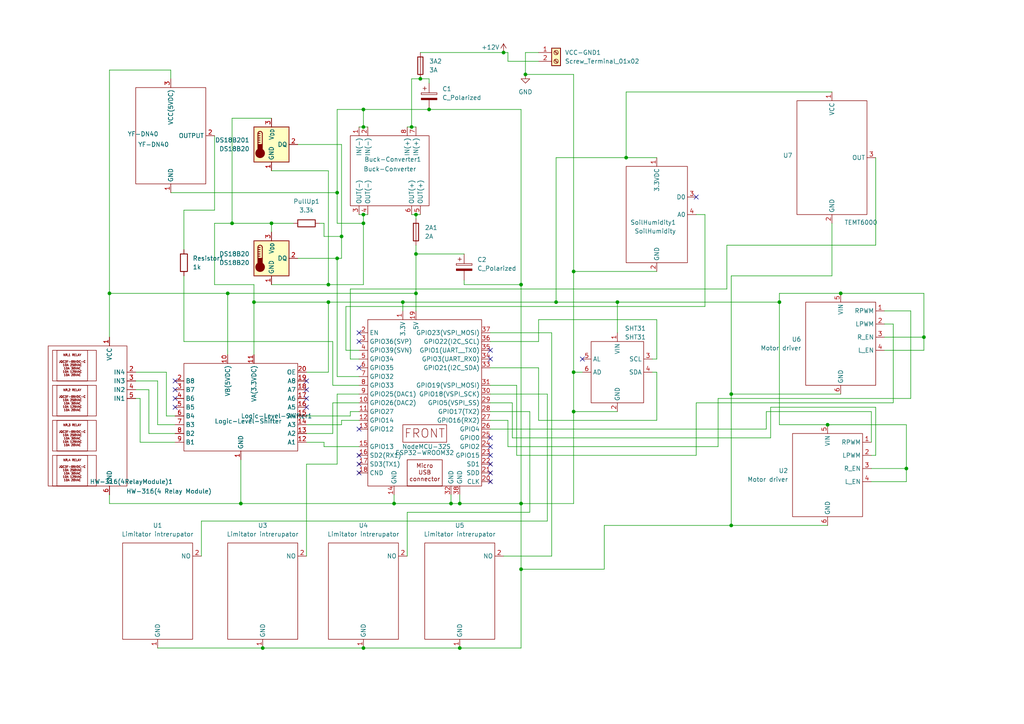
<source format=kicad_sch>
(kicad_sch
	(version 20250114)
	(generator "eeschema")
	(generator_version "9.0")
	(uuid "29c5bb66-5f03-4777-aec3-cd078cff7110")
	(paper "A4")
	(lib_symbols
		(symbol "BTS7960B_1"
			(exclude_from_sim no)
			(in_bom yes)
			(on_board yes)
			(property "Reference" "U"
				(at 0 29.718 0)
				(effects
					(font
						(size 1.27 1.27)
					)
				)
			)
			(property "Value" "Motor driver"
				(at 13.462 -14.732 0)
				(effects
					(font
						(size 1.27 1.27)
					)
				)
			)
			(property "Footprint" ""
				(at 0 0 0)
				(effects
					(font
						(size 1.27 1.27)
					)
					(hide yes)
				)
			)
			(property "Datasheet" ""
				(at 0 0 0)
				(effects
					(font
						(size 1.27 1.27)
					)
					(hide yes)
				)
			)
			(property "Description" ""
				(at 0 0 0)
				(effects
					(font
						(size 1.27 1.27)
					)
					(hide yes)
				)
			)
			(symbol "BTS7960B_1_0_1"
				(rectangle
					(start -10.16 11.43)
					(end 10.16 -12.7)
					(stroke
						(width 0)
						(type default)
					)
					(fill
						(type none)
					)
				)
			)
			(symbol "BTS7960B_1_1_1"
				(pin power_in line
					(at 0 13.97 270)
					(length 2.54)
					(name "VIN"
						(effects
							(font
								(size 1.27 1.27)
							)
						)
					)
					(number "5"
						(effects
							(font
								(size 1.27 1.27)
							)
						)
					)
				)
				(pin power_in line
					(at 0 -15.24 90)
					(length 2.54)
					(name "GND"
						(effects
							(font
								(size 1.27 1.27)
							)
						)
					)
					(number "6"
						(effects
							(font
								(size 1.27 1.27)
							)
						)
					)
				)
				(pin bidirectional line
					(at 12.7 8.89 180)
					(length 2.54)
					(name "RPWM"
						(effects
							(font
								(size 1.27 1.27)
							)
						)
					)
					(number "1"
						(effects
							(font
								(size 1.27 1.27)
							)
						)
					)
				)
				(pin bidirectional line
					(at 12.7 5.08 180)
					(length 2.54)
					(name "LPWM"
						(effects
							(font
								(size 1.27 1.27)
							)
						)
					)
					(number "2"
						(effects
							(font
								(size 1.27 1.27)
							)
						)
					)
				)
				(pin bidirectional line
					(at 12.7 1.27 180)
					(length 2.54)
					(name "R_EN"
						(effects
							(font
								(size 1.27 1.27)
							)
						)
					)
					(number "3"
						(effects
							(font
								(size 1.27 1.27)
							)
						)
					)
				)
				(pin bidirectional line
					(at 12.7 -2.54 180)
					(length 2.54)
					(name "L_EN"
						(effects
							(font
								(size 1.27 1.27)
							)
						)
					)
					(number "4"
						(effects
							(font
								(size 1.27 1.27)
							)
						)
					)
				)
			)
			(embedded_fonts no)
		)
		(symbol "Connector:Screw_Terminal_01x02"
			(pin_names
				(offset 1.016)
				(hide yes)
			)
			(exclude_from_sim no)
			(in_bom yes)
			(on_board yes)
			(property "Reference" "J"
				(at 0 2.54 0)
				(effects
					(font
						(size 1.27 1.27)
					)
				)
			)
			(property "Value" "Screw_Terminal_01x02"
				(at 0 -5.08 0)
				(effects
					(font
						(size 1.27 1.27)
					)
				)
			)
			(property "Footprint" ""
				(at 0 0 0)
				(effects
					(font
						(size 1.27 1.27)
					)
					(hide yes)
				)
			)
			(property "Datasheet" "~"
				(at 0 0 0)
				(effects
					(font
						(size 1.27 1.27)
					)
					(hide yes)
				)
			)
			(property "Description" "Generic screw terminal, single row, 01x02, script generated (kicad-library-utils/schlib/autogen/connector/)"
				(at 0 0 0)
				(effects
					(font
						(size 1.27 1.27)
					)
					(hide yes)
				)
			)
			(property "ki_keywords" "screw terminal"
				(at 0 0 0)
				(effects
					(font
						(size 1.27 1.27)
					)
					(hide yes)
				)
			)
			(property "ki_fp_filters" "TerminalBlock*:*"
				(at 0 0 0)
				(effects
					(font
						(size 1.27 1.27)
					)
					(hide yes)
				)
			)
			(symbol "Screw_Terminal_01x02_1_1"
				(rectangle
					(start -1.27 1.27)
					(end 1.27 -3.81)
					(stroke
						(width 0.254)
						(type default)
					)
					(fill
						(type background)
					)
				)
				(polyline
					(pts
						(xy -0.5334 0.3302) (xy 0.3302 -0.508)
					)
					(stroke
						(width 0.1524)
						(type default)
					)
					(fill
						(type none)
					)
				)
				(polyline
					(pts
						(xy -0.5334 -2.2098) (xy 0.3302 -3.048)
					)
					(stroke
						(width 0.1524)
						(type default)
					)
					(fill
						(type none)
					)
				)
				(polyline
					(pts
						(xy -0.3556 0.508) (xy 0.508 -0.3302)
					)
					(stroke
						(width 0.1524)
						(type default)
					)
					(fill
						(type none)
					)
				)
				(polyline
					(pts
						(xy -0.3556 -2.032) (xy 0.508 -2.8702)
					)
					(stroke
						(width 0.1524)
						(type default)
					)
					(fill
						(type none)
					)
				)
				(circle
					(center 0 0)
					(radius 0.635)
					(stroke
						(width 0.1524)
						(type default)
					)
					(fill
						(type none)
					)
				)
				(circle
					(center 0 -2.54)
					(radius 0.635)
					(stroke
						(width 0.1524)
						(type default)
					)
					(fill
						(type none)
					)
				)
				(pin passive line
					(at -5.08 0 0)
					(length 3.81)
					(name "Pin_1"
						(effects
							(font
								(size 1.27 1.27)
							)
						)
					)
					(number "1"
						(effects
							(font
								(size 1.27 1.27)
							)
						)
					)
				)
				(pin passive line
					(at -5.08 -2.54 0)
					(length 3.81)
					(name "Pin_2"
						(effects
							(font
								(size 1.27 1.27)
							)
						)
					)
					(number "2"
						(effects
							(font
								(size 1.27 1.27)
							)
						)
					)
				)
			)
			(embedded_fonts no)
		)
		(symbol "Device:C_Polarized"
			(pin_numbers
				(hide yes)
			)
			(pin_names
				(offset 0.254)
			)
			(exclude_from_sim no)
			(in_bom yes)
			(on_board yes)
			(property "Reference" "C"
				(at 0.635 2.54 0)
				(effects
					(font
						(size 1.27 1.27)
					)
					(justify left)
				)
			)
			(property "Value" "C_Polarized"
				(at 0.635 -2.54 0)
				(effects
					(font
						(size 1.27 1.27)
					)
					(justify left)
				)
			)
			(property "Footprint" ""
				(at 0.9652 -3.81 0)
				(effects
					(font
						(size 1.27 1.27)
					)
					(hide yes)
				)
			)
			(property "Datasheet" "~"
				(at 0 0 0)
				(effects
					(font
						(size 1.27 1.27)
					)
					(hide yes)
				)
			)
			(property "Description" "Polarized capacitor"
				(at 0 0 0)
				(effects
					(font
						(size 1.27 1.27)
					)
					(hide yes)
				)
			)
			(property "ki_keywords" "cap capacitor"
				(at 0 0 0)
				(effects
					(font
						(size 1.27 1.27)
					)
					(hide yes)
				)
			)
			(property "ki_fp_filters" "CP_*"
				(at 0 0 0)
				(effects
					(font
						(size 1.27 1.27)
					)
					(hide yes)
				)
			)
			(symbol "C_Polarized_0_1"
				(rectangle
					(start -2.286 0.508)
					(end 2.286 1.016)
					(stroke
						(width 0)
						(type default)
					)
					(fill
						(type none)
					)
				)
				(polyline
					(pts
						(xy -1.778 2.286) (xy -0.762 2.286)
					)
					(stroke
						(width 0)
						(type default)
					)
					(fill
						(type none)
					)
				)
				(polyline
					(pts
						(xy -1.27 2.794) (xy -1.27 1.778)
					)
					(stroke
						(width 0)
						(type default)
					)
					(fill
						(type none)
					)
				)
				(rectangle
					(start 2.286 -0.508)
					(end -2.286 -1.016)
					(stroke
						(width 0)
						(type default)
					)
					(fill
						(type outline)
					)
				)
			)
			(symbol "C_Polarized_1_1"
				(pin passive line
					(at 0 3.81 270)
					(length 2.794)
					(name "~"
						(effects
							(font
								(size 1.27 1.27)
							)
						)
					)
					(number "1"
						(effects
							(font
								(size 1.27 1.27)
							)
						)
					)
				)
				(pin passive line
					(at 0 -3.81 90)
					(length 2.794)
					(name "~"
						(effects
							(font
								(size 1.27 1.27)
							)
						)
					)
					(number "2"
						(effects
							(font
								(size 1.27 1.27)
							)
						)
					)
				)
			)
			(embedded_fonts no)
		)
		(symbol "Device:Fuse"
			(pin_numbers
				(hide yes)
			)
			(pin_names
				(offset 0)
			)
			(exclude_from_sim no)
			(in_bom yes)
			(on_board yes)
			(property "Reference" "F"
				(at 2.032 0 90)
				(effects
					(font
						(size 1.27 1.27)
					)
				)
			)
			(property "Value" "Fuse"
				(at -1.905 0 90)
				(effects
					(font
						(size 1.27 1.27)
					)
				)
			)
			(property "Footprint" ""
				(at -1.778 0 90)
				(effects
					(font
						(size 1.27 1.27)
					)
					(hide yes)
				)
			)
			(property "Datasheet" "~"
				(at 0 0 0)
				(effects
					(font
						(size 1.27 1.27)
					)
					(hide yes)
				)
			)
			(property "Description" "Fuse"
				(at 0 0 0)
				(effects
					(font
						(size 1.27 1.27)
					)
					(hide yes)
				)
			)
			(property "ki_keywords" "fuse"
				(at 0 0 0)
				(effects
					(font
						(size 1.27 1.27)
					)
					(hide yes)
				)
			)
			(property "ki_fp_filters" "*Fuse*"
				(at 0 0 0)
				(effects
					(font
						(size 1.27 1.27)
					)
					(hide yes)
				)
			)
			(symbol "Fuse_0_1"
				(rectangle
					(start -0.762 -2.54)
					(end 0.762 2.54)
					(stroke
						(width 0.254)
						(type default)
					)
					(fill
						(type none)
					)
				)
				(polyline
					(pts
						(xy 0 2.54) (xy 0 -2.54)
					)
					(stroke
						(width 0)
						(type default)
					)
					(fill
						(type none)
					)
				)
			)
			(symbol "Fuse_1_1"
				(pin passive line
					(at 0 3.81 270)
					(length 1.27)
					(name "~"
						(effects
							(font
								(size 1.27 1.27)
							)
						)
					)
					(number "1"
						(effects
							(font
								(size 1.27 1.27)
							)
						)
					)
				)
				(pin passive line
					(at 0 -3.81 90)
					(length 1.27)
					(name "~"
						(effects
							(font
								(size 1.27 1.27)
							)
						)
					)
					(number "2"
						(effects
							(font
								(size 1.27 1.27)
							)
						)
					)
				)
			)
			(embedded_fonts no)
		)
		(symbol "Device:R"
			(pin_numbers
				(hide yes)
			)
			(pin_names
				(offset 0)
			)
			(exclude_from_sim no)
			(in_bom yes)
			(on_board yes)
			(property "Reference" "R"
				(at 2.032 0 90)
				(effects
					(font
						(size 1.27 1.27)
					)
				)
			)
			(property "Value" "R"
				(at 0 0 90)
				(effects
					(font
						(size 1.27 1.27)
					)
				)
			)
			(property "Footprint" ""
				(at -1.778 0 90)
				(effects
					(font
						(size 1.27 1.27)
					)
					(hide yes)
				)
			)
			(property "Datasheet" "~"
				(at 0 0 0)
				(effects
					(font
						(size 1.27 1.27)
					)
					(hide yes)
				)
			)
			(property "Description" "Resistor"
				(at 0 0 0)
				(effects
					(font
						(size 1.27 1.27)
					)
					(hide yes)
				)
			)
			(property "ki_keywords" "R res resistor"
				(at 0 0 0)
				(effects
					(font
						(size 1.27 1.27)
					)
					(hide yes)
				)
			)
			(property "ki_fp_filters" "R_*"
				(at 0 0 0)
				(effects
					(font
						(size 1.27 1.27)
					)
					(hide yes)
				)
			)
			(symbol "R_0_1"
				(rectangle
					(start -1.016 -2.54)
					(end 1.016 2.54)
					(stroke
						(width 0.254)
						(type default)
					)
					(fill
						(type none)
					)
				)
			)
			(symbol "R_1_1"
				(pin passive line
					(at 0 3.81 270)
					(length 1.27)
					(name "~"
						(effects
							(font
								(size 1.27 1.27)
							)
						)
					)
					(number "1"
						(effects
							(font
								(size 1.27 1.27)
							)
						)
					)
				)
				(pin passive line
					(at 0 -3.81 90)
					(length 1.27)
					(name "~"
						(effects
							(font
								(size 1.27 1.27)
							)
						)
					)
					(number "2"
						(effects
							(font
								(size 1.27 1.27)
							)
						)
					)
				)
			)
			(embedded_fonts no)
		)
		(symbol "ESP32 DevKit V1:AI391-S400"
			(exclude_from_sim no)
			(in_bom yes)
			(on_board yes)
			(property "Reference" "SoilHumidity"
				(at 0 0 0)
				(effects
					(font
						(size 1.27 1.27)
					)
				)
			)
			(property "Value" "SoilHumidity"
				(at 0 0 0)
				(effects
					(font
						(size 1.27 1.27)
					)
				)
			)
			(property "Footprint" ""
				(at 0 0 0)
				(effects
					(font
						(size 1.27 1.27)
					)
					(hide yes)
				)
			)
			(property "Datasheet" ""
				(at 0 0 0)
				(effects
					(font
						(size 1.27 1.27)
					)
					(hide yes)
				)
			)
			(property "Description" ""
				(at 0 0 0)
				(effects
					(font
						(size 1.27 1.27)
					)
					(hide yes)
				)
			)
			(symbol "AI391-S400_0_1"
				(rectangle
					(start -8.89 13.97)
					(end 8.89 -13.97)
					(stroke
						(width 0)
						(type default)
					)
					(fill
						(type none)
					)
				)
			)
			(symbol "AI391-S400_1_1"
				(pin bidirectional line
					(at 0 16.51 270)
					(length 2.54)
					(name "3.3VDC"
						(effects
							(font
								(size 1.27 1.27)
							)
						)
					)
					(number "1"
						(effects
							(font
								(size 1.27 1.27)
							)
						)
					)
				)
				(pin bidirectional line
					(at 0 -16.51 90)
					(length 2.54)
					(name "GND"
						(effects
							(font
								(size 1.27 1.27)
							)
						)
					)
					(number "2"
						(effects
							(font
								(size 1.27 1.27)
							)
						)
					)
				)
				(pin bidirectional line
					(at 11.43 5.08 180)
					(length 2.54)
					(name "D0"
						(effects
							(font
								(size 1.27 1.27)
							)
						)
					)
					(number "3"
						(effects
							(font
								(size 1.27 1.27)
							)
						)
					)
				)
				(pin bidirectional line
					(at 11.43 0 180)
					(length 2.54)
					(name "A0"
						(effects
							(font
								(size 1.27 1.27)
							)
						)
					)
					(number "4"
						(effects
							(font
								(size 1.27 1.27)
							)
						)
					)
				)
			)
			(embedded_fonts no)
		)
		(symbol "ESP32 DevKit V1:BTS7960B"
			(exclude_from_sim no)
			(in_bom yes)
			(on_board yes)
			(property "Reference" "U"
				(at 0 29.718 0)
				(effects
					(font
						(size 1.27 1.27)
					)
				)
			)
			(property "Value" "Motor driver"
				(at 13.462 -14.732 0)
				(effects
					(font
						(size 1.27 1.27)
					)
				)
			)
			(property "Footprint" ""
				(at 0 0 0)
				(effects
					(font
						(size 1.27 1.27)
					)
					(hide yes)
				)
			)
			(property "Datasheet" ""
				(at 0 0 0)
				(effects
					(font
						(size 1.27 1.27)
					)
					(hide yes)
				)
			)
			(property "Description" ""
				(at 0 0 0)
				(effects
					(font
						(size 1.27 1.27)
					)
					(hide yes)
				)
			)
			(symbol "BTS7960B_0_1"
				(rectangle
					(start -10.16 11.43)
					(end 10.16 -12.7)
					(stroke
						(width 0)
						(type default)
					)
					(fill
						(type none)
					)
				)
			)
			(symbol "BTS7960B_1_1"
				(pin power_in line
					(at 0 13.97 270)
					(length 2.54)
					(name "VIN"
						(effects
							(font
								(size 1.27 1.27)
							)
						)
					)
					(number "5"
						(effects
							(font
								(size 1.27 1.27)
							)
						)
					)
				)
				(pin power_in line
					(at 0 -15.24 90)
					(length 2.54)
					(name "GND"
						(effects
							(font
								(size 1.27 1.27)
							)
						)
					)
					(number "6"
						(effects
							(font
								(size 1.27 1.27)
							)
						)
					)
				)
				(pin bidirectional line
					(at 12.7 8.89 180)
					(length 2.54)
					(name "RPWM"
						(effects
							(font
								(size 1.27 1.27)
							)
						)
					)
					(number "1"
						(effects
							(font
								(size 1.27 1.27)
							)
						)
					)
				)
				(pin bidirectional line
					(at 12.7 5.08 180)
					(length 2.54)
					(name "LPWM"
						(effects
							(font
								(size 1.27 1.27)
							)
						)
					)
					(number "2"
						(effects
							(font
								(size 1.27 1.27)
							)
						)
					)
				)
				(pin bidirectional line
					(at 12.7 1.27 180)
					(length 2.54)
					(name "R_EN"
						(effects
							(font
								(size 1.27 1.27)
							)
						)
					)
					(number "3"
						(effects
							(font
								(size 1.27 1.27)
							)
						)
					)
				)
				(pin bidirectional line
					(at 12.7 -2.54 180)
					(length 2.54)
					(name "L_EN"
						(effects
							(font
								(size 1.27 1.27)
							)
						)
					)
					(number "4"
						(effects
							(font
								(size 1.27 1.27)
							)
						)
					)
				)
			)
			(embedded_fonts no)
		)
		(symbol "ESP32 DevKit V1:Buck-Convertor"
			(exclude_from_sim no)
			(in_bom yes)
			(on_board yes)
			(property "Reference" "U"
				(at 0 2.54 0)
				(effects
					(font
						(size 1.27 1.27)
					)
				)
			)
			(property "Value" "Buck-Converter"
				(at 1.27 0 0)
				(effects
					(font
						(size 1.27 1.27)
					)
				)
			)
			(property "Footprint" ""
				(at 0 0 0)
				(effects
					(font
						(size 1.27 1.27)
					)
					(hide yes)
				)
			)
			(property "Datasheet" ""
				(at 0 0 0)
				(effects
					(font
						(size 1.27 1.27)
					)
					(hide yes)
				)
			)
			(property "Description" ""
				(at 0 0 0)
				(effects
					(font
						(size 1.27 1.27)
					)
					(hide yes)
				)
			)
			(symbol "Buck-Convertor_0_1"
				(rectangle
					(start -11.43 10.16)
					(end 11.43 -10.16)
					(stroke
						(width 0)
						(type default)
					)
					(fill
						(type none)
					)
				)
			)
			(symbol "Buck-Convertor_1_1"
				(pin power_in line
					(at -8.89 12.7 270)
					(length 2.54)
					(name "IN(-)"
						(effects
							(font
								(size 1.27 1.27)
							)
						)
					)
					(number "1"
						(effects
							(font
								(size 1.27 1.27)
							)
						)
					)
				)
				(pin power_in line
					(at -8.89 -12.7 90)
					(length 2.54)
					(name "OUT(-)"
						(effects
							(font
								(size 1.27 1.27)
							)
						)
					)
					(number "3"
						(effects
							(font
								(size 1.27 1.27)
							)
						)
					)
				)
				(pin power_in line
					(at -6.35 12.7 270)
					(length 2.54)
					(name "IN(-)"
						(effects
							(font
								(size 1.27 1.27)
							)
						)
					)
					(number "2"
						(effects
							(font
								(size 1.27 1.27)
							)
						)
					)
				)
				(pin power_in line
					(at -6.35 -12.7 90)
					(length 2.54)
					(name "OUT(-)"
						(effects
							(font
								(size 1.27 1.27)
							)
						)
					)
					(number "4"
						(effects
							(font
								(size 1.27 1.27)
							)
						)
					)
				)
				(pin power_in line
					(at 5.08 12.7 270)
					(length 2.54)
					(name "IN(+)"
						(effects
							(font
								(size 1.27 1.27)
							)
						)
					)
					(number "8"
						(effects
							(font
								(size 1.27 1.27)
							)
						)
					)
				)
				(pin power_in line
					(at 6.35 -12.7 90)
					(length 2.54)
					(name "OUT(+)"
						(effects
							(font
								(size 1.27 1.27)
							)
						)
					)
					(number "6"
						(effects
							(font
								(size 1.27 1.27)
							)
						)
					)
				)
				(pin power_in line
					(at 7.62 12.7 270)
					(length 2.54)
					(name "IN(+)"
						(effects
							(font
								(size 1.27 1.27)
							)
						)
					)
					(number "7"
						(effects
							(font
								(size 1.27 1.27)
							)
						)
					)
				)
				(pin power_in line
					(at 8.89 -12.7 90)
					(length 2.54)
					(name "OUT(+)"
						(effects
							(font
								(size 1.27 1.27)
							)
						)
					)
					(number "5"
						(effects
							(font
								(size 1.27 1.27)
							)
						)
					)
				)
			)
			(embedded_fonts no)
		)
		(symbol "ESP32 DevKit V1:ESP32-DevKit-V1"
			(exclude_from_sim no)
			(in_bom yes)
			(on_board yes)
			(property "Reference" "U"
				(at 0 50.038 0)
				(effects
					(font
						(size 1.27 1.27)
					)
				)
			)
			(property "Value" "NodeMCU-32S"
				(at 0 48.006 0)
				(effects
					(font
						(size 1.27 1.27)
					)
				)
			)
			(property "Footprint" ""
				(at 0 0 0)
				(effects
					(font
						(size 1.27 1.27)
					)
					(hide yes)
				)
			)
			(property "Datasheet" ""
				(at 0 0 0)
				(effects
					(font
						(size 1.27 1.27)
					)
					(hide yes)
				)
			)
			(property "Description" ""
				(at 0 0 0)
				(effects
					(font
						(size 1.27 1.27)
					)
					(hide yes)
				)
			)
			(symbol "ESP32-DevKit-V1_0_1"
				(rectangle
					(start -5.08 -16.51)
					(end 5.08 -24.13)
					(stroke
						(width 0)
						(type solid)
					)
					(fill
						(type none)
					)
				)
			)
			(symbol "ESP32-DevKit-V1_1_1"
				(rectangle
					(start -16.51 24.13)
					(end 16.51 -24.13)
					(stroke
						(width 0)
						(type solid)
					)
					(fill
						(type none)
					)
				)
				(text_box "FRONT"
					(at -6.35 -6.35 0)
					(size 12.7 -5.08)
					(margins 1.016 1.016 1.016 1.016)
					(stroke
						(width 0)
						(type solid)
					)
					(fill
						(type none)
					)
					(effects
						(font
							(size 2.5 2.5)
						)
						(justify top)
					)
				)
				(text_box "Micro USB connector\n"
					(at -5.08 -16.51 0)
					(size 10.16 -7.62)
					(margins 1.016 1.016 1.016 1.016)
					(stroke
						(width 0)
						(type solid)
					)
					(fill
						(type none)
					)
					(effects
						(font
							(size 1.2 1.2)
						)
						(justify top)
					)
				)
				(pin input line
					(at -19.05 20.32 0)
					(length 2.54)
					(name "EN"
						(effects
							(font
								(size 1.27 1.27)
							)
						)
					)
					(number "2"
						(effects
							(font
								(size 1.27 1.27)
							)
						)
					)
				)
				(pin input line
					(at -19.05 17.78 0)
					(length 2.54)
					(name "GPIO36(SVP)"
						(effects
							(font
								(size 1.27 1.27)
							)
						)
					)
					(number "3"
						(effects
							(font
								(size 1.27 1.27)
							)
						)
					)
				)
				(pin input line
					(at -19.05 15.24 0)
					(length 2.54)
					(name "GPIO39(SVN)"
						(effects
							(font
								(size 1.27 1.27)
							)
						)
					)
					(number "4"
						(effects
							(font
								(size 1.27 1.27)
							)
						)
					)
				)
				(pin input line
					(at -19.05 12.7 0)
					(length 2.54)
					(name "GPIO34"
						(effects
							(font
								(size 1.27 1.27)
							)
						)
					)
					(number "5"
						(effects
							(font
								(size 1.27 1.27)
							)
						)
					)
				)
				(pin input line
					(at -19.05 10.16 0)
					(length 2.54)
					(name "GPIO35"
						(effects
							(font
								(size 1.27 1.27)
							)
						)
					)
					(number "6"
						(effects
							(font
								(size 1.27 1.27)
							)
						)
					)
				)
				(pin bidirectional line
					(at -19.05 7.62 0)
					(length 2.54)
					(name "GPIO32"
						(effects
							(font
								(size 1.27 1.27)
							)
						)
					)
					(number "7"
						(effects
							(font
								(size 1.27 1.27)
							)
						)
					)
				)
				(pin bidirectional line
					(at -19.05 5.08 0)
					(length 2.54)
					(name "GPIO33"
						(effects
							(font
								(size 1.27 1.27)
							)
						)
					)
					(number "8"
						(effects
							(font
								(size 1.27 1.27)
							)
						)
					)
				)
				(pin bidirectional line
					(at -19.05 2.54 0)
					(length 2.54)
					(name "GPIO25(DAC1)"
						(effects
							(font
								(size 1.27 1.27)
							)
						)
					)
					(number "9"
						(effects
							(font
								(size 1.27 1.27)
							)
						)
					)
				)
				(pin bidirectional line
					(at -19.05 0 0)
					(length 2.54)
					(name "GPIO26(DAC2)"
						(effects
							(font
								(size 1.27 1.27)
							)
						)
					)
					(number "10"
						(effects
							(font
								(size 1.27 1.27)
							)
						)
					)
				)
				(pin bidirectional line
					(at -19.05 -2.54 0)
					(length 2.54)
					(name "GPIO27"
						(effects
							(font
								(size 1.27 1.27)
							)
						)
					)
					(number "11"
						(effects
							(font
								(size 1.27 1.27)
							)
						)
					)
				)
				(pin bidirectional line
					(at -19.05 -5.08 0)
					(length 2.54)
					(name "GPIO14"
						(effects
							(font
								(size 1.27 1.27)
							)
						)
					)
					(number "12"
						(effects
							(font
								(size 1.27 1.27)
							)
						)
					)
				)
				(pin bidirectional line
					(at -19.05 -7.62 0)
					(length 2.54)
					(name "GPIO12"
						(effects
							(font
								(size 1.27 1.27)
							)
						)
					)
					(number "13"
						(effects
							(font
								(size 1.27 1.27)
							)
						)
					)
				)
				(pin bidirectional line
					(at -19.05 -12.7 0)
					(length 2.54)
					(name "GPIO13"
						(effects
							(font
								(size 1.27 1.27)
							)
						)
					)
					(number "15"
						(effects
							(font
								(size 1.27 1.27)
							)
						)
					)
				)
				(pin no_connect line
					(at -19.05 -15.24 0)
					(length 2.54)
					(name "SD2(RX1)"
						(effects
							(font
								(size 1.27 1.27)
							)
						)
					)
					(number "16"
						(effects
							(font
								(size 1.27 1.27)
							)
						)
					)
				)
				(pin no_connect line
					(at -19.05 -17.78 0)
					(length 2.54)
					(name "SD3(TX1)"
						(effects
							(font
								(size 1.27 1.27)
							)
						)
					)
					(number "17"
						(effects
							(font
								(size 1.27 1.27)
							)
						)
					)
				)
				(pin no_connect line
					(at -19.05 -20.32 0)
					(length 2.54)
					(name "CND"
						(effects
							(font
								(size 1.27 1.27)
							)
						)
					)
					(number "18"
						(effects
							(font
								(size 1.27 1.27)
							)
						)
					)
				)
				(pin power_in line
					(at -8.89 -26.67 90)
					(length 2.54)
					(name "GND"
						(effects
							(font
								(size 1.27 1.27)
							)
						)
					)
					(number "14"
						(effects
							(font
								(size 1.27 1.27)
							)
						)
					)
				)
				(pin power_in line
					(at -6.35 26.67 270)
					(length 2.54)
					(name "3.3V"
						(effects
							(font
								(size 1.27 1.27)
							)
						)
					)
					(number "1"
						(effects
							(font
								(size 1.27 1.27)
							)
						)
					)
				)
				(pin power_in line
					(at -2.54 26.67 270)
					(length 2.54)
					(name "5V"
						(effects
							(font
								(size 1.27 1.27)
							)
						)
					)
					(number "19"
						(effects
							(font
								(size 1.27 1.27)
							)
						)
					)
				)
				(pin power_in line
					(at 7.62 -26.67 90)
					(length 2.54)
					(name "GND"
						(effects
							(font
								(size 1.27 1.27)
							)
						)
					)
					(number "32"
						(effects
							(font
								(size 1.27 1.27)
							)
						)
					)
				)
				(pin power_in line
					(at 10.16 -26.67 90)
					(length 2.54)
					(name "GND"
						(effects
							(font
								(size 1.27 1.27)
							)
						)
					)
					(number "38"
						(effects
							(font
								(size 1.27 1.27)
							)
						)
					)
				)
				(pin bidirectional line
					(at 19.05 20.32 180)
					(length 2.54)
					(name "GPIO23(VSPI_MOSI)"
						(effects
							(font
								(size 1.27 1.27)
							)
						)
					)
					(number "37"
						(effects
							(font
								(size 1.27 1.27)
							)
						)
					)
				)
				(pin bidirectional line
					(at 19.05 17.78 180)
					(length 2.54)
					(name "GPIO22(I2C_SCL)"
						(effects
							(font
								(size 1.27 1.27)
							)
						)
					)
					(number "36"
						(effects
							(font
								(size 1.27 1.27)
							)
						)
					)
				)
				(pin output line
					(at 19.05 15.24 180)
					(length 2.54)
					(name "GPIO1(UART__TX0)"
						(effects
							(font
								(size 1.27 1.27)
							)
						)
					)
					(number "35"
						(effects
							(font
								(size 1.27 1.27)
							)
						)
					)
				)
				(pin input line
					(at 19.05 12.7 180)
					(length 2.54)
					(name "GPIO3(UART_RX0)"
						(effects
							(font
								(size 1.27 1.27)
							)
						)
					)
					(number "34"
						(effects
							(font
								(size 1.27 1.27)
							)
						)
					)
				)
				(pin bidirectional line
					(at 19.05 10.16 180)
					(length 2.54)
					(name "GPIO21(I2C_SDA)"
						(effects
							(font
								(size 1.27 1.27)
							)
						)
					)
					(number "33"
						(effects
							(font
								(size 1.27 1.27)
							)
						)
					)
				)
				(pin bidirectional line
					(at 19.05 5.08 180)
					(length 2.54)
					(name "GPIO19(VSPI_MOSI)"
						(effects
							(font
								(size 1.27 1.27)
							)
						)
					)
					(number "31"
						(effects
							(font
								(size 1.27 1.27)
							)
						)
					)
				)
				(pin bidirectional line
					(at 19.05 2.54 180)
					(length 2.54)
					(name "GPIO18(VSPI_SCK)"
						(effects
							(font
								(size 1.27 1.27)
							)
						)
					)
					(number "30"
						(effects
							(font
								(size 1.27 1.27)
							)
						)
					)
				)
				(pin bidirectional line
					(at 19.05 0 180)
					(length 2.54)
					(name "GPIO5(VSPI_SS)"
						(effects
							(font
								(size 1.27 1.27)
							)
						)
					)
					(number "29"
						(effects
							(font
								(size 1.27 1.27)
							)
						)
					)
				)
				(pin bidirectional line
					(at 19.05 -2.54 180)
					(length 2.54)
					(name "GPIO17(TX2)"
						(effects
							(font
								(size 1.27 1.27)
							)
						)
					)
					(number "28"
						(effects
							(font
								(size 1.27 1.27)
							)
						)
					)
				)
				(pin bidirectional line
					(at 19.05 -5.08 180)
					(length 2.54)
					(name "GPIO16(RX2)"
						(effects
							(font
								(size 1.27 1.27)
							)
						)
					)
					(number "27"
						(effects
							(font
								(size 1.27 1.27)
							)
						)
					)
				)
				(pin bidirectional line
					(at 19.05 -7.62 180)
					(length 2.54)
					(name "GPIO4"
						(effects
							(font
								(size 1.27 1.27)
							)
						)
					)
					(number "26"
						(effects
							(font
								(size 1.27 1.27)
							)
						)
					)
				)
				(pin bidirectional line
					(at 19.05 -10.16 180)
					(length 2.54)
					(name "GPIO0"
						(effects
							(font
								(size 1.27 1.27)
							)
						)
					)
					(number "25"
						(effects
							(font
								(size 1.27 1.27)
							)
						)
					)
				)
				(pin bidirectional line
					(at 19.05 -12.7 180)
					(length 2.54)
					(name "GPIO2"
						(effects
							(font
								(size 1.27 1.27)
							)
						)
					)
					(number "24"
						(effects
							(font
								(size 1.27 1.27)
							)
						)
					)
				)
				(pin bidirectional line
					(at 19.05 -15.24 180)
					(length 2.54)
					(name "GPIO15"
						(effects
							(font
								(size 1.27 1.27)
							)
						)
					)
					(number "23"
						(effects
							(font
								(size 1.27 1.27)
							)
						)
					)
				)
				(pin no_connect line
					(at 19.05 -17.78 180)
					(length 2.54)
					(name "SD1"
						(effects
							(font
								(size 1.27 1.27)
							)
						)
					)
					(number "22"
						(effects
							(font
								(size 1.27 1.27)
							)
						)
					)
				)
				(pin no_connect line
					(at 19.05 -20.32 180)
					(length 2.54)
					(name "SDD"
						(effects
							(font
								(size 1.27 1.27)
							)
						)
					)
					(number "21"
						(effects
							(font
								(size 1.27 1.27)
							)
						)
					)
				)
				(pin no_connect line
					(at 19.05 -22.86 180)
					(length 2.54)
					(name "CLK"
						(effects
							(font
								(size 1.27 1.27)
							)
						)
					)
					(number "20"
						(effects
							(font
								(size 1.27 1.27)
							)
						)
					)
				)
			)
			(embedded_fonts no)
		)
		(symbol "ESP32 DevKit V1:HW-316"
			(exclude_from_sim no)
			(in_bom yes)
			(on_board yes)
			(property "Reference" "U"
				(at 0 40.64 0)
				(effects
					(font
						(size 1.27 1.27)
					)
				)
			)
			(property "Value" "HW-316(4 Relay Module)"
				(at 0 37.846 0)
				(effects
					(font
						(size 1.27 1.27)
					)
				)
			)
			(property "Footprint" ""
				(at 0 0 0)
				(effects
					(font
						(size 1.27 1.27)
					)
					(hide yes)
				)
			)
			(property "Datasheet" ""
				(at 0 0 0)
				(effects
					(font
						(size 1.27 1.27)
					)
					(hide yes)
				)
			)
			(property "Description" ""
				(at 0 0 0)
				(effects
					(font
						(size 1.27 1.27)
					)
					(hide yes)
				)
			)
			(symbol "HW-316_0_1"
				(rectangle
					(start -11.43 20.32)
					(end 11.43 -20.32)
					(stroke
						(width 0)
						(type default)
					)
					(fill
						(type none)
					)
				)
				(rectangle
					(start -10.16 19.05)
					(end 2.54 10.16)
					(stroke
						(width 0)
						(type default)
					)
					(fill
						(type none)
					)
				)
				(rectangle
					(start -10.16 8.89)
					(end 2.54 0)
					(stroke
						(width 0)
						(type default)
					)
					(fill
						(type none)
					)
				)
				(rectangle
					(start -10.16 -1.27)
					(end 2.54 -10.16)
					(stroke
						(width 0)
						(type default)
					)
					(fill
						(type none)
					)
				)
				(rectangle
					(start -10.16 -11.43)
					(end 2.54 -20.32)
					(stroke
						(width 0)
						(type default)
					)
					(fill
						(type none)
					)
				)
			)
			(symbol "HW-316_1_1"
				(text_box "NR.1 RELAY\n\nJQC3F-05VDC-C\n10A 250VAC 10A 30VAC\n10A 125VAC 10A 20VAC"
					(at -8.89 19.05 0)
					(size 8.89 -8.89)
					(margins 1.016 1.016 1.016 1.016)
					(stroke
						(width 0)
						(type solid)
					)
					(fill
						(type none)
					)
					(effects
						(font
							(size 0.6 0.6)
						)
						(justify top)
					)
				)
				(text_box "NR.2 RELAY\n\nJQC3F-05VDC-C\n10A 250VAC 10A 30VAC\n10A 125VAC 10A 20VAC"
					(at -8.89 8.89 0)
					(size 8.89 -8.89)
					(margins 1.016 1.016 1.016 1.016)
					(stroke
						(width 0)
						(type solid)
					)
					(fill
						(type none)
					)
					(effects
						(font
							(size 0.6 0.6)
						)
						(justify top)
					)
				)
				(text_box "NR.3 RELAY\n\nJQC3F-05VDC-C\n10A 250VAC 10A 30VAC\n10A 125VAC 10A 20VAC"
					(at -8.89 -1.27 0)
					(size 8.89 -8.89)
					(margins 1.016 1.016 1.016 1.016)
					(stroke
						(width 0)
						(type solid)
					)
					(fill
						(type none)
					)
					(effects
						(font
							(size 0.6 0.6)
						)
						(justify top)
					)
				)
				(text_box "NR.4 RELAY\n\nJQC3F-05VDC-C\n10A 250VAC 10A 30VAC\n10A 125VAC 10A 20VAC"
					(at -8.89 -11.43 0)
					(size 8.89 -8.89)
					(margins 1.016 1.016 1.016 1.016)
					(stroke
						(width 0)
						(type solid)
					)
					(fill
						(type none)
					)
					(effects
						(font
							(size 0.6 0.6)
						)
						(justify top)
					)
				)
				(pin power_in line
					(at 6.35 22.86 270)
					(length 2.54)
					(name "VCC"
						(effects
							(font
								(size 1.27 1.27)
							)
						)
					)
					(number "1"
						(effects
							(font
								(size 1.27 1.27)
							)
						)
					)
				)
				(pin power_in line
					(at 6.35 -22.86 90)
					(length 2.54)
					(name "GND"
						(effects
							(font
								(size 1.27 1.27)
							)
						)
					)
					(number "6"
						(effects
							(font
								(size 1.27 1.27)
							)
						)
					)
				)
				(pin input line
					(at 13.97 12.7 180)
					(length 2.54)
					(name "IN4"
						(effects
							(font
								(size 1.27 1.27)
							)
						)
					)
					(number "2"
						(effects
							(font
								(size 1.27 1.27)
							)
						)
					)
				)
				(pin input line
					(at 13.97 10.16 180)
					(length 2.54)
					(name "IN3"
						(effects
							(font
								(size 1.27 1.27)
							)
						)
					)
					(number "3"
						(effects
							(font
								(size 1.27 1.27)
							)
						)
					)
				)
				(pin input line
					(at 13.97 7.62 180)
					(length 2.54)
					(name "IN2"
						(effects
							(font
								(size 1.27 1.27)
							)
						)
					)
					(number "4"
						(effects
							(font
								(size 1.27 1.27)
							)
						)
					)
				)
				(pin input line
					(at 13.97 5.08 180)
					(length 2.54)
					(name "IN1"
						(effects
							(font
								(size 1.27 1.27)
							)
						)
					)
					(number "5"
						(effects
							(font
								(size 1.27 1.27)
							)
						)
					)
				)
			)
			(embedded_fonts no)
		)
		(symbol "ESP32 DevKit V1:Login-Level-Shifter"
			(exclude_from_sim no)
			(in_bom yes)
			(on_board yes)
			(property "Reference" "U"
				(at 0 29.21 0)
				(effects
					(font
						(size 1.27 1.27)
					)
				)
			)
			(property "Value" "Logic-Level-Shifter"
				(at 0.254 -6.35 0)
				(effects
					(font
						(size 1.27 1.27)
					)
				)
			)
			(property "Footprint" ""
				(at 0 0 0)
				(effects
					(font
						(size 1.27 1.27)
					)
					(hide yes)
				)
			)
			(property "Datasheet" ""
				(at 0 0 0)
				(effects
					(font
						(size 1.27 1.27)
					)
					(hide yes)
				)
			)
			(property "Description" ""
				(at 0 0 0)
				(effects
					(font
						(size 1.27 1.27)
					)
					(hide yes)
				)
			)
			(symbol "Login-Level-Shifter_0_1"
				(rectangle
					(start -16.51 7.62)
					(end 16.51 -17.78)
					(stroke
						(width 0)
						(type default)
					)
					(fill
						(type none)
					)
				)
			)
			(symbol "Login-Level-Shifter_1_1"
				(pin bidirectional line
					(at -19.05 2.54 0)
					(length 2.54)
					(name "B8"
						(effects
							(font
								(size 1.27 1.27)
							)
						)
					)
					(number "2"
						(effects
							(font
								(size 1.27 1.27)
							)
						)
					)
				)
				(pin bidirectional line
					(at -19.05 0 0)
					(length 2.54)
					(name "B7"
						(effects
							(font
								(size 1.27 1.27)
							)
						)
					)
					(number "3"
						(effects
							(font
								(size 1.27 1.27)
							)
						)
					)
				)
				(pin bidirectional line
					(at -19.05 -2.54 0)
					(length 2.54)
					(name "B6"
						(effects
							(font
								(size 1.27 1.27)
							)
						)
					)
					(number "4"
						(effects
							(font
								(size 1.27 1.27)
							)
						)
					)
				)
				(pin bidirectional line
					(at -19.05 -5.08 0)
					(length 2.54)
					(name "B5"
						(effects
							(font
								(size 1.27 1.27)
							)
						)
					)
					(number "5"
						(effects
							(font
								(size 1.27 1.27)
							)
						)
					)
				)
				(pin bidirectional line
					(at -19.05 -7.62 0)
					(length 2.54)
					(name "B4"
						(effects
							(font
								(size 1.27 1.27)
							)
						)
					)
					(number "6"
						(effects
							(font
								(size 1.27 1.27)
							)
						)
					)
				)
				(pin bidirectional line
					(at -19.05 -10.16 0)
					(length 2.54)
					(name "B3"
						(effects
							(font
								(size 1.27 1.27)
							)
						)
					)
					(number "7"
						(effects
							(font
								(size 1.27 1.27)
							)
						)
					)
				)
				(pin bidirectional line
					(at -19.05 -12.7 0)
					(length 2.54)
					(name "B2"
						(effects
							(font
								(size 1.27 1.27)
							)
						)
					)
					(number "8"
						(effects
							(font
								(size 1.27 1.27)
							)
						)
					)
				)
				(pin bidirectional line
					(at -19.05 -15.24 0)
					(length 2.54)
					(name "B1"
						(effects
							(font
								(size 1.27 1.27)
							)
						)
					)
					(number "9"
						(effects
							(font
								(size 1.27 1.27)
							)
						)
					)
				)
				(pin power_in line
					(at -3.81 10.16 270)
					(length 2.54)
					(name "VB(5VDC)"
						(effects
							(font
								(size 1.27 1.27)
							)
						)
					)
					(number "10"
						(effects
							(font
								(size 1.27 1.27)
							)
						)
					)
				)
				(pin power_in line
					(at 0 -20.32 90)
					(length 2.54)
					(name "GND"
						(effects
							(font
								(size 1.27 1.27)
							)
						)
					)
					(number "1"
						(effects
							(font
								(size 1.27 1.27)
							)
						)
					)
				)
				(pin power_in line
					(at 3.81 10.16 270)
					(length 2.54)
					(name "VA(3.3VDC)"
						(effects
							(font
								(size 1.27 1.27)
							)
						)
					)
					(number "11"
						(effects
							(font
								(size 1.27 1.27)
							)
						)
					)
				)
				(pin input line
					(at 19.05 5.08 180)
					(length 2.54)
					(name "OE"
						(effects
							(font
								(size 1.27 1.27)
							)
						)
					)
					(number "20"
						(effects
							(font
								(size 1.27 1.27)
							)
						)
					)
				)
				(pin bidirectional line
					(at 19.05 2.54 180)
					(length 2.54)
					(name "A8"
						(effects
							(font
								(size 1.27 1.27)
							)
						)
					)
					(number "19"
						(effects
							(font
								(size 1.27 1.27)
							)
						)
					)
				)
				(pin bidirectional line
					(at 19.05 0 180)
					(length 2.54)
					(name "A7"
						(effects
							(font
								(size 1.27 1.27)
							)
						)
					)
					(number "18"
						(effects
							(font
								(size 1.27 1.27)
							)
						)
					)
				)
				(pin bidirectional line
					(at 19.05 -2.54 180)
					(length 2.54)
					(name "A6"
						(effects
							(font
								(size 1.27 1.27)
							)
						)
					)
					(number "17"
						(effects
							(font
								(size 1.27 1.27)
							)
						)
					)
				)
				(pin bidirectional line
					(at 19.05 -5.08 180)
					(length 2.54)
					(name "A5"
						(effects
							(font
								(size 1.27 1.27)
							)
						)
					)
					(number "16"
						(effects
							(font
								(size 1.27 1.27)
							)
						)
					)
				)
				(pin bidirectional line
					(at 19.05 -7.62 180)
					(length 2.54)
					(name "A4"
						(effects
							(font
								(size 1.27 1.27)
							)
						)
					)
					(number "15"
						(effects
							(font
								(size 1.27 1.27)
							)
						)
					)
				)
				(pin bidirectional line
					(at 19.05 -10.16 180)
					(length 2.54)
					(name "A3"
						(effects
							(font
								(size 1.27 1.27)
							)
						)
					)
					(number "14"
						(effects
							(font
								(size 1.27 1.27)
							)
						)
					)
				)
				(pin bidirectional line
					(at 19.05 -12.7 180)
					(length 2.54)
					(name "A2"
						(effects
							(font
								(size 1.27 1.27)
							)
						)
					)
					(number "13"
						(effects
							(font
								(size 1.27 1.27)
							)
						)
					)
				)
				(pin bidirectional line
					(at 19.05 -15.24 180)
					(length 2.54)
					(name "A1"
						(effects
							(font
								(size 1.27 1.27)
							)
						)
					)
					(number "12"
						(effects
							(font
								(size 1.27 1.27)
							)
						)
					)
				)
			)
			(embedded_fonts no)
		)
		(symbol "ESP32 DevKit V1:ME-8108"
			(exclude_from_sim no)
			(in_bom yes)
			(on_board yes)
			(property "Reference" "U"
				(at 0 19.304 0)
				(effects
					(font
						(size 1.27 1.27)
					)
				)
			)
			(property "Value" "Limitator intrerupator"
				(at 12.192 -16.51 0)
				(effects
					(font
						(size 1.27 1.27)
					)
				)
			)
			(property "Footprint" ""
				(at 0 0 0)
				(effects
					(font
						(size 1.27 1.27)
					)
					(hide yes)
				)
			)
			(property "Datasheet" ""
				(at 0 0 0)
				(effects
					(font
						(size 1.27 1.27)
					)
					(hide yes)
				)
			)
			(property "Description" ""
				(at 0 0 0)
				(effects
					(font
						(size 1.27 1.27)
					)
					(hide yes)
				)
			)
			(symbol "ME-8108_0_1"
				(rectangle
					(start -10.16 13.97)
					(end 10.16 -13.97)
					(stroke
						(width 0)
						(type default)
					)
					(fill
						(type none)
					)
				)
			)
			(symbol "ME-8108_1_1"
				(pin power_in line
					(at 0 -16.51 90)
					(length 2.54)
					(name "GND"
						(effects
							(font
								(size 1.27 1.27)
							)
						)
					)
					(number "1"
						(effects
							(font
								(size 1.27 1.27)
							)
						)
					)
				)
				(pin bidirectional line
					(at 12.7 10.16 180)
					(length 2.54)
					(name "NO"
						(effects
							(font
								(size 1.27 1.27)
							)
						)
					)
					(number "2"
						(effects
							(font
								(size 1.27 1.27)
							)
						)
					)
				)
			)
			(embedded_fonts no)
		)
		(symbol "ESP32 DevKit V1:SHT31"
			(exclude_from_sim no)
			(in_bom yes)
			(on_board yes)
			(property "Reference" "U"
				(at 0 0 0)
				(effects
					(font
						(size 1.27 1.27)
					)
				)
			)
			(property "Value" "SHT31"
				(at 11.176 -3.81 0)
				(effects
					(font
						(size 1.27 1.27)
					)
				)
			)
			(property "Footprint" ""
				(at 0 0 0)
				(effects
					(font
						(size 1.27 1.27)
					)
					(hide yes)
				)
			)
			(property "Datasheet" ""
				(at 0 0 0)
				(effects
					(font
						(size 1.27 1.27)
					)
					(hide yes)
				)
			)
			(property "Description" ""
				(at 0 0 0)
				(effects
					(font
						(size 1.27 1.27)
					)
					(hide yes)
				)
			)
			(symbol "SHT31_0_1"
				(rectangle
					(start -7.62 8.89)
					(end 7.62 -8.89)
					(stroke
						(width 0)
						(type default)
					)
					(fill
						(type none)
					)
				)
			)
			(symbol "SHT31_1_1"
				(pin bidirectional line
					(at -10.16 3.81 0)
					(length 2.54)
					(name "AL"
						(effects
							(font
								(size 1.27 1.27)
							)
						)
					)
					(number "5"
						(effects
							(font
								(size 1.27 1.27)
							)
						)
					)
				)
				(pin bidirectional line
					(at -10.16 0 0)
					(length 2.54)
					(name "AD"
						(effects
							(font
								(size 1.27 1.27)
							)
						)
					)
					(number "6"
						(effects
							(font
								(size 1.27 1.27)
							)
						)
					)
				)
				(pin power_in line
					(at 0 11.43 270)
					(length 2.54)
					(name "VIN"
						(effects
							(font
								(size 1.27 1.27)
							)
						)
					)
					(number "1"
						(effects
							(font
								(size 1.27 1.27)
							)
						)
					)
				)
				(pin power_in line
					(at 0 -11.43 90)
					(length 2.54)
					(name "GND"
						(effects
							(font
								(size 1.27 1.27)
							)
						)
					)
					(number "2"
						(effects
							(font
								(size 1.27 1.27)
							)
						)
					)
				)
				(pin input line
					(at 10.16 3.81 180)
					(length 2.54)
					(name "SCL"
						(effects
							(font
								(size 1.27 1.27)
							)
						)
					)
					(number "3"
						(effects
							(font
								(size 1.27 1.27)
							)
						)
					)
				)
				(pin bidirectional line
					(at 10.16 0 180)
					(length 2.54)
					(name "SDA"
						(effects
							(font
								(size 1.27 1.27)
							)
						)
					)
					(number "4"
						(effects
							(font
								(size 1.27 1.27)
							)
						)
					)
				)
			)
			(embedded_fonts no)
		)
		(symbol "ESP32 DevKit V1:TEMT6000"
			(exclude_from_sim no)
			(in_bom yes)
			(on_board yes)
			(property "Reference" "U"
				(at 0 0 0)
				(effects
					(font
						(size 1.27 1.27)
					)
				)
			)
			(property "Value" "TEMT6000"
				(at 6.604 -18.288 0)
				(effects
					(font
						(size 1.27 1.27)
					)
				)
			)
			(property "Footprint" ""
				(at 0 0 0)
				(effects
					(font
						(size 1.27 1.27)
					)
					(hide yes)
				)
			)
			(property "Datasheet" ""
				(at 0 0 0)
				(effects
					(font
						(size 1.27 1.27)
					)
					(hide yes)
				)
			)
			(property "Description" ""
				(at 0 0 0)
				(effects
					(font
						(size 1.27 1.27)
					)
					(hide yes)
				)
			)
			(symbol "TEMT6000_0_1"
				(rectangle
					(start -10.16 16.51)
					(end 10.16 -16.51)
					(stroke
						(width 0)
						(type default)
					)
					(fill
						(type none)
					)
				)
			)
			(symbol "TEMT6000_1_1"
				(pin power_in line
					(at 0 19.05 270)
					(length 2.54)
					(name "VCC"
						(effects
							(font
								(size 1.27 1.27)
							)
						)
					)
					(number "1"
						(effects
							(font
								(size 1.27 1.27)
							)
						)
					)
				)
				(pin power_in line
					(at 0 -19.05 90)
					(length 2.54)
					(name "GND"
						(effects
							(font
								(size 1.27 1.27)
							)
						)
					)
					(number "2"
						(effects
							(font
								(size 1.27 1.27)
							)
						)
					)
				)
				(pin bidirectional line
					(at 12.7 0 180)
					(length 2.54)
					(name "OUT"
						(effects
							(font
								(size 1.27 1.27)
							)
						)
					)
					(number "3"
						(effects
							(font
								(size 1.27 1.27)
							)
						)
					)
				)
			)
			(embedded_fonts no)
		)
		(symbol "ESP32 DevKit V1:YF-DN40"
			(exclude_from_sim no)
			(in_bom yes)
			(on_board yes)
			(property "Reference" "U"
				(at 0 57.912 0)
				(effects
					(font
						(size 1.27 1.27)
					)
				)
			)
			(property "Value" "YF-DN40"
				(at 0 32.258 0)
				(effects
					(font
						(size 1.27 1.27)
					)
				)
			)
			(property "Footprint" ""
				(at 0 0 0)
				(effects
					(font
						(size 1.27 1.27)
					)
					(hide yes)
				)
			)
			(property "Datasheet" ""
				(at 0 0 0)
				(effects
					(font
						(size 1.27 1.27)
					)
					(hide yes)
				)
			)
			(property "Description" ""
				(at 0 0 0)
				(effects
					(font
						(size 1.27 1.27)
					)
					(hide yes)
				)
			)
			(symbol "YF-DN40_0_1"
				(rectangle
					(start -10.16 13.97)
					(end 10.16 -13.97)
					(stroke
						(width 0)
						(type default)
					)
					(fill
						(type none)
					)
				)
			)
			(symbol "YF-DN40_1_1"
				(pin power_in line
					(at 0 16.51 270)
					(length 2.54)
					(name "VCC(5VDC)"
						(effects
							(font
								(size 1.27 1.27)
							)
						)
					)
					(number "3"
						(effects
							(font
								(size 1.27 1.27)
							)
						)
					)
				)
				(pin power_in line
					(at 0 -16.51 90)
					(length 2.54)
					(name "GND"
						(effects
							(font
								(size 1.27 1.27)
							)
						)
					)
					(number "1"
						(effects
							(font
								(size 1.27 1.27)
							)
						)
					)
				)
				(pin bidirectional line
					(at 12.7 0 180)
					(length 2.54)
					(name "OUTPUT"
						(effects
							(font
								(size 1.27 1.27)
							)
						)
					)
					(number "2"
						(effects
							(font
								(size 1.27 1.27)
							)
						)
					)
				)
			)
			(embedded_fonts no)
		)
		(symbol "Sensor_Temperature:DS18B20"
			(exclude_from_sim no)
			(in_bom yes)
			(on_board yes)
			(property "Reference" "U"
				(at -3.81 6.35 0)
				(effects
					(font
						(size 1.27 1.27)
					)
				)
			)
			(property "Value" "DS18B20"
				(at 6.35 6.35 0)
				(effects
					(font
						(size 1.27 1.27)
					)
				)
			)
			(property "Footprint" "Package_TO_SOT_THT:TO-92_Inline"
				(at -25.4 -6.35 0)
				(effects
					(font
						(size 1.27 1.27)
					)
					(hide yes)
				)
			)
			(property "Datasheet" "http://datasheets.maximintegrated.com/en/ds/DS18B20.pdf"
				(at -3.81 6.35 0)
				(effects
					(font
						(size 1.27 1.27)
					)
					(hide yes)
				)
			)
			(property "Description" "Programmable Resolution 1-Wire Digital Thermometer TO-92"
				(at 0 0 0)
				(effects
					(font
						(size 1.27 1.27)
					)
					(hide yes)
				)
			)
			(property "ki_keywords" "OneWire 1Wire Dallas Maxim"
				(at 0 0 0)
				(effects
					(font
						(size 1.27 1.27)
					)
					(hide yes)
				)
			)
			(property "ki_fp_filters" "TO*92*"
				(at 0 0 0)
				(effects
					(font
						(size 1.27 1.27)
					)
					(hide yes)
				)
			)
			(symbol "DS18B20_0_1"
				(rectangle
					(start -5.08 5.08)
					(end 5.08 -5.08)
					(stroke
						(width 0.254)
						(type default)
					)
					(fill
						(type background)
					)
				)
				(polyline
					(pts
						(xy -3.937 3.175) (xy -3.937 0)
					)
					(stroke
						(width 0.254)
						(type default)
					)
					(fill
						(type none)
					)
				)
				(polyline
					(pts
						(xy -3.937 3.175) (xy -3.302 3.175)
					)
					(stroke
						(width 0.254)
						(type default)
					)
					(fill
						(type none)
					)
				)
				(polyline
					(pts
						(xy -3.937 2.54) (xy -3.302 2.54)
					)
					(stroke
						(width 0.254)
						(type default)
					)
					(fill
						(type none)
					)
				)
				(polyline
					(pts
						(xy -3.937 1.905) (xy -3.302 1.905)
					)
					(stroke
						(width 0.254)
						(type default)
					)
					(fill
						(type none)
					)
				)
				(polyline
					(pts
						(xy -3.937 1.27) (xy -3.302 1.27)
					)
					(stroke
						(width 0.254)
						(type default)
					)
					(fill
						(type none)
					)
				)
				(polyline
					(pts
						(xy -3.937 0.635) (xy -3.302 0.635)
					)
					(stroke
						(width 0.254)
						(type default)
					)
					(fill
						(type none)
					)
				)
				(arc
					(start -3.937 3.175)
					(mid -3.302 3.8073)
					(end -2.667 3.175)
					(stroke
						(width 0.254)
						(type default)
					)
					(fill
						(type none)
					)
				)
				(circle
					(center -3.302 -2.54)
					(radius 1.27)
					(stroke
						(width 0.254)
						(type default)
					)
					(fill
						(type outline)
					)
				)
				(polyline
					(pts
						(xy -2.667 3.175) (xy -2.667 0)
					)
					(stroke
						(width 0.254)
						(type default)
					)
					(fill
						(type none)
					)
				)
				(rectangle
					(start -2.667 -1.905)
					(end -3.937 0)
					(stroke
						(width 0.254)
						(type default)
					)
					(fill
						(type outline)
					)
				)
			)
			(symbol "DS18B20_1_1"
				(pin power_in line
					(at 0 7.62 270)
					(length 2.54)
					(name "V_{DD}"
						(effects
							(font
								(size 1.27 1.27)
							)
						)
					)
					(number "3"
						(effects
							(font
								(size 1.27 1.27)
							)
						)
					)
				)
				(pin power_in line
					(at 0 -7.62 90)
					(length 2.54)
					(name "GND"
						(effects
							(font
								(size 1.27 1.27)
							)
						)
					)
					(number "1"
						(effects
							(font
								(size 1.27 1.27)
							)
						)
					)
				)
				(pin bidirectional line
					(at 7.62 0 180)
					(length 2.54)
					(name "DQ"
						(effects
							(font
								(size 1.27 1.27)
							)
						)
					)
					(number "2"
						(effects
							(font
								(size 1.27 1.27)
							)
						)
					)
				)
			)
			(embedded_fonts no)
		)
		(symbol "power:+12V"
			(power)
			(pin_numbers
				(hide yes)
			)
			(pin_names
				(offset 0)
				(hide yes)
			)
			(exclude_from_sim no)
			(in_bom yes)
			(on_board yes)
			(property "Reference" "#PWR"
				(at 0 -3.81 0)
				(effects
					(font
						(size 1.27 1.27)
					)
					(hide yes)
				)
			)
			(property "Value" "+12V"
				(at 0 3.556 0)
				(effects
					(font
						(size 1.27 1.27)
					)
				)
			)
			(property "Footprint" ""
				(at 0 0 0)
				(effects
					(font
						(size 1.27 1.27)
					)
					(hide yes)
				)
			)
			(property "Datasheet" ""
				(at 0 0 0)
				(effects
					(font
						(size 1.27 1.27)
					)
					(hide yes)
				)
			)
			(property "Description" "Power symbol creates a global label with name \"+12V\""
				(at 0 0 0)
				(effects
					(font
						(size 1.27 1.27)
					)
					(hide yes)
				)
			)
			(property "ki_keywords" "global power"
				(at 0 0 0)
				(effects
					(font
						(size 1.27 1.27)
					)
					(hide yes)
				)
			)
			(symbol "+12V_0_1"
				(polyline
					(pts
						(xy -0.762 1.27) (xy 0 2.54)
					)
					(stroke
						(width 0)
						(type default)
					)
					(fill
						(type none)
					)
				)
				(polyline
					(pts
						(xy 0 2.54) (xy 0.762 1.27)
					)
					(stroke
						(width 0)
						(type default)
					)
					(fill
						(type none)
					)
				)
				(polyline
					(pts
						(xy 0 0) (xy 0 2.54)
					)
					(stroke
						(width 0)
						(type default)
					)
					(fill
						(type none)
					)
				)
			)
			(symbol "+12V_1_1"
				(pin power_in line
					(at 0 0 90)
					(length 0)
					(name "~"
						(effects
							(font
								(size 1.27 1.27)
							)
						)
					)
					(number "1"
						(effects
							(font
								(size 1.27 1.27)
							)
						)
					)
				)
			)
			(embedded_fonts no)
		)
		(symbol "power:GND"
			(power)
			(pin_numbers
				(hide yes)
			)
			(pin_names
				(offset 0)
				(hide yes)
			)
			(exclude_from_sim no)
			(in_bom yes)
			(on_board yes)
			(property "Reference" "#PWR"
				(at 0 -6.35 0)
				(effects
					(font
						(size 1.27 1.27)
					)
					(hide yes)
				)
			)
			(property "Value" "GND"
				(at 0 -3.81 0)
				(effects
					(font
						(size 1.27 1.27)
					)
				)
			)
			(property "Footprint" ""
				(at 0 0 0)
				(effects
					(font
						(size 1.27 1.27)
					)
					(hide yes)
				)
			)
			(property "Datasheet" ""
				(at 0 0 0)
				(effects
					(font
						(size 1.27 1.27)
					)
					(hide yes)
				)
			)
			(property "Description" "Power symbol creates a global label with name \"GND\" , ground"
				(at 0 0 0)
				(effects
					(font
						(size 1.27 1.27)
					)
					(hide yes)
				)
			)
			(property "ki_keywords" "global power"
				(at 0 0 0)
				(effects
					(font
						(size 1.27 1.27)
					)
					(hide yes)
				)
			)
			(symbol "GND_0_1"
				(polyline
					(pts
						(xy 0 0) (xy 0 -1.27) (xy 1.27 -1.27) (xy 0 -2.54) (xy -1.27 -1.27) (xy 0 -1.27)
					)
					(stroke
						(width 0)
						(type default)
					)
					(fill
						(type none)
					)
				)
			)
			(symbol "GND_1_1"
				(pin power_in line
					(at 0 0 270)
					(length 0)
					(name "~"
						(effects
							(font
								(size 1.27 1.27)
							)
						)
					)
					(number "1"
						(effects
							(font
								(size 1.27 1.27)
							)
						)
					)
				)
			)
			(embedded_fonts no)
		)
	)
	(junction
		(at 66.04 85.09)
		(diameter 0)
		(color 0 0 0 0)
		(uuid "02a45fa0-9a46-41e6-a53c-44b9e6dc1079")
	)
	(junction
		(at 97.79 74.93)
		(diameter 0)
		(color 0 0 0 0)
		(uuid "076a9f66-5198-44f0-be88-76a8155639f7")
	)
	(junction
		(at 114.3 146.05)
		(diameter 0)
		(color 0 0 0 0)
		(uuid "07a25441-4915-47ec-8c89-03d0bc295451")
	)
	(junction
		(at 151.13 165.1)
		(diameter 0)
		(color 0 0 0 0)
		(uuid "0dc9ea26-6824-4930-96c1-fc741629558c")
	)
	(junction
		(at 105.41 187.96)
		(diameter 0)
		(color 0 0 0 0)
		(uuid "175d8802-06a6-4dfa-878f-31d230cd8fba")
	)
	(junction
		(at 116.84 87.63)
		(diameter 0)
		(color 0 0 0 0)
		(uuid "18ae930f-913b-4b07-863f-92b42a483002")
	)
	(junction
		(at 105.41 62.23)
		(diameter 0)
		(color 0 0 0 0)
		(uuid "2b795fb5-2c20-492a-832c-53250e0d409a")
	)
	(junction
		(at 133.35 146.05)
		(diameter 0)
		(color 0 0 0 0)
		(uuid "2cfa0d24-7283-48be-af76-f44836b46fa1")
	)
	(junction
		(at 105.41 64.77)
		(diameter 0)
		(color 0 0 0 0)
		(uuid "2eefebd2-bf57-49a5-9c4b-4a9fcbcc1084")
	)
	(junction
		(at 133.35 187.96)
		(diameter 0)
		(color 0 0 0 0)
		(uuid "3f43eb4c-c3c4-4112-8d78-4d031cdea494")
	)
	(junction
		(at 67.31 64.77)
		(diameter 0)
		(color 0 0 0 0)
		(uuid "437b3268-1120-4345-97e2-3119011f2bea")
	)
	(junction
		(at 166.37 119.38)
		(diameter 0)
		(color 0 0 0 0)
		(uuid "48d2bba8-44ba-49bf-a433-8f19222282ae")
	)
	(junction
		(at 181.61 45.72)
		(diameter 0)
		(color 0 0 0 0)
		(uuid "4e537406-f333-4a78-b0ef-38d50d738981")
	)
	(junction
		(at 99.06 68.58)
		(diameter 0)
		(color 0 0 0 0)
		(uuid "4e5762df-ca0b-4959-bd36-eb6f92330218")
	)
	(junction
		(at 166.37 107.95)
		(diameter 0)
		(color 0 0 0 0)
		(uuid "4fe6aa91-a290-4f7c-bb02-64f318038c31")
	)
	(junction
		(at 179.07 87.63)
		(diameter 0)
		(color 0 0 0 0)
		(uuid "57c09a83-4b60-493b-bb2e-5a3d56a97fd3")
	)
	(junction
		(at 130.81 146.05)
		(diameter 0)
		(color 0 0 0 0)
		(uuid "59fa268a-4efc-4073-af35-6c47524fa606")
	)
	(junction
		(at 121.92 22.86)
		(diameter 0)
		(color 0 0 0 0)
		(uuid "60b95637-63bc-43cb-96ee-4dd943ca9ad6")
	)
	(junction
		(at 124.46 31.75)
		(diameter 0)
		(color 0 0 0 0)
		(uuid "7677533f-e0c7-4dcc-b804-d1ec2b35c1c8")
	)
	(junction
		(at 212.09 114.3)
		(diameter 0)
		(color 0 0 0 0)
		(uuid "798416bd-faec-40da-9b3f-b4a0a3eb842c")
	)
	(junction
		(at 119.38 36.83)
		(diameter 0)
		(color 0 0 0 0)
		(uuid "7a96ca02-debb-4c83-97b9-1e653ac11238")
	)
	(junction
		(at 120.65 85.09)
		(diameter 0)
		(color 0 0 0 0)
		(uuid "7c72c740-1321-452c-b2f1-98a7ccc73733")
	)
	(junction
		(at 151.13 82.55)
		(diameter 0)
		(color 0 0 0 0)
		(uuid "7e2aae6b-8462-4c9b-8140-0be5f6b4cc3f")
	)
	(junction
		(at 212.09 152.4)
		(diameter 0)
		(color 0 0 0 0)
		(uuid "7ea39ee1-9278-4907-a9c3-605c3781b25b")
	)
	(junction
		(at 73.66 87.63)
		(diameter 0)
		(color 0 0 0 0)
		(uuid "899351ae-4efd-4513-b01e-c8ba1b240683")
	)
	(junction
		(at 95.25 87.63)
		(diameter 0)
		(color 0 0 0 0)
		(uuid "8a82ba73-584a-48f8-8ab1-681c37cc309e")
	)
	(junction
		(at 120.65 73.66)
		(diameter 0)
		(color 0 0 0 0)
		(uuid "99e7f701-5802-4cbd-a7a1-972dc7e700b0")
	)
	(junction
		(at 78.74 64.77)
		(diameter 0)
		(color 0 0 0 0)
		(uuid "a2055c86-a3a7-4430-8913-930f2645c50b")
	)
	(junction
		(at 31.75 85.09)
		(diameter 0)
		(color 0 0 0 0)
		(uuid "a42e9e9e-faef-4227-a69b-cc165dd42dba")
	)
	(junction
		(at 161.29 87.63)
		(diameter 0)
		(color 0 0 0 0)
		(uuid "a77b3080-72ce-47fb-abbc-515c8b27318c")
	)
	(junction
		(at 76.2 187.96)
		(diameter 0)
		(color 0 0 0 0)
		(uuid "b41ad9ee-aa72-419c-a6d7-8aaee8ce81cf")
	)
	(junction
		(at 166.37 78.74)
		(diameter 0)
		(color 0 0 0 0)
		(uuid "bbb8460e-5b3c-4853-808f-7307fd29b1d6")
	)
	(junction
		(at 95.25 82.55)
		(diameter 0)
		(color 0 0 0 0)
		(uuid "bd975499-2c9b-4f22-bb7d-369fbec48a3a")
	)
	(junction
		(at 243.84 85.09)
		(diameter 0)
		(color 0 0 0 0)
		(uuid "be7174bd-7e35-4c95-a840-5965505ef9e9")
	)
	(junction
		(at 226.06 87.63)
		(diameter 0)
		(color 0 0 0 0)
		(uuid "cc9ac07f-b3e9-4b2d-823d-1d040228353f")
	)
	(junction
		(at 69.85 146.05)
		(diameter 0)
		(color 0 0 0 0)
		(uuid "ce0560b7-965c-41fa-add2-40ccbbf948df")
	)
	(junction
		(at 267.97 97.79)
		(diameter 0)
		(color 0 0 0 0)
		(uuid "cfc22c42-02f2-4786-8a55-d5420261a9c8")
	)
	(junction
		(at 262.89 135.89)
		(diameter 0)
		(color 0 0 0 0)
		(uuid "d208cd7a-9845-489c-b75c-164f458f8b6f")
	)
	(junction
		(at 152.4 21.59)
		(diameter 0)
		(color 0 0 0 0)
		(uuid "d5987498-3f15-41e6-aec2-30f53eb258b1")
	)
	(junction
		(at 146.05 15.24)
		(diameter 0)
		(color 0 0 0 0)
		(uuid "d9799f8b-532a-47b9-ac7d-01536cd22fbe")
	)
	(junction
		(at 240.03 123.19)
		(diameter 0)
		(color 0 0 0 0)
		(uuid "db2ed8fc-ac68-4416-b572-fba3f572b292")
	)
	(junction
		(at 120.65 62.23)
		(diameter 0)
		(color 0 0 0 0)
		(uuid "deeb4b96-bfa0-481a-ae65-9d62bced6aff")
	)
	(junction
		(at 97.79 55.88)
		(diameter 0)
		(color 0 0 0 0)
		(uuid "e9f9dd1d-6b7f-4226-9cc6-346768a10c32")
	)
	(junction
		(at 105.41 31.75)
		(diameter 0)
		(color 0 0 0 0)
		(uuid "ea772652-40c7-45ab-8ba8-4e70bcf16963")
	)
	(junction
		(at 151.13 146.05)
		(diameter 0)
		(color 0 0 0 0)
		(uuid "efc8b440-dc17-4cbd-a559-be2f366cc77b")
	)
	(junction
		(at 105.41 36.83)
		(diameter 0)
		(color 0 0 0 0)
		(uuid "f6340070-5cae-475a-9e8e-9dffa4a0a486")
	)
	(no_connect
		(at 50.8 113.03)
		(uuid "07f06aee-e7af-4415-bbf5-5878236a6de4")
	)
	(no_connect
		(at 142.24 139.7)
		(uuid "28aed31d-1844-402c-85fb-772a90db5453")
	)
	(no_connect
		(at 104.14 99.06)
		(uuid "299cab51-8b6e-4538-988c-c566f93ef4e2")
	)
	(no_connect
		(at 142.24 134.62)
		(uuid "35dd1421-01e9-485c-b9df-41654e1cd7f3")
	)
	(no_connect
		(at 88.9 118.11)
		(uuid "3e6f37c3-8102-47ba-a2c3-af74141a14ab")
	)
	(no_connect
		(at 142.24 101.6)
		(uuid "44eaa4f0-1b50-478e-850f-9a8c41bd6ee4")
	)
	(no_connect
		(at 104.14 106.68)
		(uuid "484774b8-5af1-490d-8886-234a448ed150")
	)
	(no_connect
		(at 50.8 115.57)
		(uuid "48eeb6a2-0763-44b9-9a1e-454142a76bea")
	)
	(no_connect
		(at 104.14 132.08)
		(uuid "6011c183-c875-47d8-935f-257226f8f04b")
	)
	(no_connect
		(at 142.24 127)
		(uuid "7f38d451-f696-4a27-97d1-7be5b2ed3031")
	)
	(no_connect
		(at 104.14 134.62)
		(uuid "8246cbcf-36b8-4f36-b966-ff35911c1978")
	)
	(no_connect
		(at 142.24 129.54)
		(uuid "82741c0d-c8b5-4ab5-9f1d-c8745277f084")
	)
	(no_connect
		(at 142.24 104.14)
		(uuid "8299b49a-ad35-419d-83c5-1887dfe8f857")
	)
	(no_connect
		(at 88.9 113.03)
		(uuid "8d9379c5-70a1-4530-9f76-38c8d39b72e5")
	)
	(no_connect
		(at 201.93 57.15)
		(uuid "ab55a1bc-973e-4516-9bfb-faf143e946c2")
	)
	(no_connect
		(at 104.14 137.16)
		(uuid "aec6b5de-5480-4920-96b0-c79bf1f215db")
	)
	(no_connect
		(at 88.9 110.49)
		(uuid "b798972d-d80c-4f01-9a50-f84b705faf51")
	)
	(no_connect
		(at 104.14 124.46)
		(uuid "bca2ab35-6e2e-49ef-ae67-fe7cbcf32d01")
	)
	(no_connect
		(at 142.24 132.08)
		(uuid "be724e8d-413c-4653-9b8d-95ef2a4a7212")
	)
	(no_connect
		(at 142.24 137.16)
		(uuid "c64d7326-964b-49ef-b978-7229a589bd03")
	)
	(no_connect
		(at 104.14 96.52)
		(uuid "cbf2412d-dc12-41cc-9f90-cf98e30b705b")
	)
	(no_connect
		(at 50.8 118.11)
		(uuid "cd298347-3eef-4927-b6fa-df5e6d91cf28")
	)
	(no_connect
		(at 50.8 110.49)
		(uuid "e9474d16-0800-4d13-b98f-b3d8264f78e3")
	)
	(no_connect
		(at 88.9 115.57)
		(uuid "ebeb1d8a-c5d4-4af1-b820-82bd912ac6ac")
	)
	(no_connect
		(at 168.91 104.14)
		(uuid "f8ec9133-2e36-4956-b0be-0a106c9c6d39")
	)
	(wire
		(pts
			(xy 73.66 87.63) (xy 73.66 82.55)
		)
		(stroke
			(width 0)
			(type default)
		)
		(uuid "010febe7-3db2-4ee1-bd5e-c064ea65f426")
	)
	(wire
		(pts
			(xy 50.8 128.27) (xy 40.64 128.27)
		)
		(stroke
			(width 0)
			(type default)
		)
		(uuid "017644ad-b9b4-49fa-a523-fe1fce5f9ff3")
	)
	(wire
		(pts
			(xy 45.72 123.19) (xy 45.72 110.49)
		)
		(stroke
			(width 0)
			(type default)
		)
		(uuid "026ee2ee-43eb-4050-8df3-6f1535331778")
	)
	(wire
		(pts
			(xy 105.41 64.77) (xy 97.79 64.77)
		)
		(stroke
			(width 0)
			(type default)
		)
		(uuid "02ca118b-8a20-43d0-a52c-ab454a0cc365")
	)
	(wire
		(pts
			(xy 156.21 106.68) (xy 156.21 121.92)
		)
		(stroke
			(width 0)
			(type default)
		)
		(uuid "02f21838-87d7-4609-be12-586c99466935")
	)
	(wire
		(pts
			(xy 156.21 15.24) (xy 152.4 15.24)
		)
		(stroke
			(width 0)
			(type default)
		)
		(uuid "039c72cd-91df-4c5f-b7cc-4e8d0e6396a4")
	)
	(wire
		(pts
			(xy 166.37 78.74) (xy 190.5 78.74)
		)
		(stroke
			(width 0)
			(type default)
		)
		(uuid "04b31a0d-6c49-4786-b293-6795ab08af3c")
	)
	(wire
		(pts
			(xy 259.08 116.84) (xy 201.93 116.84)
		)
		(stroke
			(width 0)
			(type default)
		)
		(uuid "06f57a5f-f3a9-40bb-a401-5f3d59426ab3")
	)
	(wire
		(pts
			(xy 252.73 139.7) (xy 262.89 139.7)
		)
		(stroke
			(width 0)
			(type default)
		)
		(uuid "06f9220d-37eb-4e53-aa20-7682fe3da9f9")
	)
	(wire
		(pts
			(xy 254 71.12) (xy 254 45.72)
		)
		(stroke
			(width 0)
			(type default)
		)
		(uuid "073e1ca3-e84a-4efa-834b-6fa66d5ae55f")
	)
	(wire
		(pts
			(xy 147.32 17.78) (xy 147.32 15.24)
		)
		(stroke
			(width 0)
			(type default)
		)
		(uuid "07ad3ad9-f9da-4a81-8552-183bef34ab43")
	)
	(wire
		(pts
			(xy 134.62 81.28) (xy 134.62 82.55)
		)
		(stroke
			(width 0)
			(type default)
		)
		(uuid "07fb617b-dd14-4404-8c58-af0ddd54782e")
	)
	(wire
		(pts
			(xy 134.62 82.55) (xy 151.13 82.55)
		)
		(stroke
			(width 0)
			(type default)
		)
		(uuid "0a6b1d91-18b1-4af4-be96-9ef62b780a90")
	)
	(wire
		(pts
			(xy 96.52 99.06) (xy 96.52 111.76)
		)
		(stroke
			(width 0)
			(type default)
		)
		(uuid "0b217474-8994-4429-b023-b610daf3b9a2")
	)
	(wire
		(pts
			(xy 101.6 120.65) (xy 88.9 120.65)
		)
		(stroke
			(width 0)
			(type default)
		)
		(uuid "0be77ed0-9313-4517-890c-899f26a75d68")
	)
	(wire
		(pts
			(xy 31.75 85.09) (xy 31.75 97.79)
		)
		(stroke
			(width 0)
			(type default)
		)
		(uuid "0bf0b2f2-69bb-4307-befd-32fe5a03528f")
	)
	(wire
		(pts
			(xy 97.79 31.75) (xy 105.41 31.75)
		)
		(stroke
			(width 0)
			(type default)
		)
		(uuid "0e1ea26e-bf1a-43a0-abc9-81fba5363148")
	)
	(wire
		(pts
			(xy 93.98 129.54) (xy 93.98 128.27)
		)
		(stroke
			(width 0)
			(type default)
		)
		(uuid "0ede1ebb-9b7c-42bd-b9aa-cb6098c0e51e")
	)
	(wire
		(pts
			(xy 156.21 121.92) (xy 190.5 121.92)
		)
		(stroke
			(width 0)
			(type default)
		)
		(uuid "0fc4c7fb-46dc-4d5b-838e-053aeff5d22f")
	)
	(wire
		(pts
			(xy 166.37 78.74) (xy 166.37 107.95)
		)
		(stroke
			(width 0)
			(type default)
		)
		(uuid "102c983f-6ebb-4134-b05d-9d1024ba7a0c")
	)
	(wire
		(pts
			(xy 66.04 85.09) (xy 66.04 102.87)
		)
		(stroke
			(width 0)
			(type default)
		)
		(uuid "103eacdc-8f2b-45e0-986d-b75e01e8f441")
	)
	(wire
		(pts
			(xy 243.84 114.3) (xy 212.09 114.3)
		)
		(stroke
			(width 0)
			(type default)
		)
		(uuid "118622c8-5282-46f3-836a-e1168dff64ae")
	)
	(wire
		(pts
			(xy 222.25 119.38) (xy 252.73 119.38)
		)
		(stroke
			(width 0)
			(type default)
		)
		(uuid "12ccb513-fe26-4e93-a02e-3b3f5dae3e6e")
	)
	(wire
		(pts
			(xy 152.4 15.24) (xy 152.4 21.59)
		)
		(stroke
			(width 0)
			(type default)
		)
		(uuid "134863b2-64bb-4c9b-96f6-c1eb18850211")
	)
	(wire
		(pts
			(xy 156.21 92.71) (xy 156.21 99.06)
		)
		(stroke
			(width 0)
			(type default)
		)
		(uuid "15c2c0a3-e87b-4fdf-8820-7152c83463f8")
	)
	(wire
		(pts
			(xy 73.66 87.63) (xy 73.66 102.87)
		)
		(stroke
			(width 0)
			(type default)
		)
		(uuid "15ff71ca-0fd8-4617-8ca9-dc8c817f8531")
	)
	(wire
		(pts
			(xy 101.6 104.14) (xy 101.6 83.82)
		)
		(stroke
			(width 0)
			(type default)
		)
		(uuid "16f77531-f9f4-44f0-b4e2-94a3f103074e")
	)
	(wire
		(pts
			(xy 96.52 116.84) (xy 104.14 116.84)
		)
		(stroke
			(width 0)
			(type default)
		)
		(uuid "1709b542-d5da-4461-a158-1d0481480397")
	)
	(wire
		(pts
			(xy 88.9 125.73) (xy 96.52 125.73)
		)
		(stroke
			(width 0)
			(type default)
		)
		(uuid "17d2dfbf-95d9-4c6d-a3cb-b8ee1cb37846")
	)
	(wire
		(pts
			(xy 67.31 34.29) (xy 67.31 64.77)
		)
		(stroke
			(width 0)
			(type default)
		)
		(uuid "184665c5-b15d-4822-98bb-257ea62e78a2")
	)
	(wire
		(pts
			(xy 142.24 124.46) (xy 222.25 124.46)
		)
		(stroke
			(width 0)
			(type default)
		)
		(uuid "1afffe48-41a2-4f23-b6bd-adc9f28af6eb")
	)
	(wire
		(pts
			(xy 92.71 64.77) (xy 93.98 64.77)
		)
		(stroke
			(width 0)
			(type default)
		)
		(uuid "1b9a3b9a-69bd-4c5b-bea9-dfc91bbe69a5")
	)
	(wire
		(pts
			(xy 78.74 64.77) (xy 85.09 64.77)
		)
		(stroke
			(width 0)
			(type default)
		)
		(uuid "1c862002-3bcb-4f09-ac48-c38074ea68be")
	)
	(wire
		(pts
			(xy 241.3 26.67) (xy 181.61 26.67)
		)
		(stroke
			(width 0)
			(type default)
		)
		(uuid "1d31a00f-5a24-41cc-a645-78bd5fad26ff")
	)
	(wire
		(pts
			(xy 222.25 124.46) (xy 222.25 119.38)
		)
		(stroke
			(width 0)
			(type default)
		)
		(uuid "1d3b00d7-c673-4839-b904-d074f3298b6a")
	)
	(wire
		(pts
			(xy 93.98 129.54) (xy 104.14 129.54)
		)
		(stroke
			(width 0)
			(type default)
		)
		(uuid "1e3aeddb-ef7b-422a-a439-4691e83b208a")
	)
	(wire
		(pts
			(xy 161.29 45.72) (xy 161.29 87.63)
		)
		(stroke
			(width 0)
			(type default)
		)
		(uuid "1f24647d-11f4-4e39-946b-9f8914ff1918")
	)
	(wire
		(pts
			(xy 212.09 114.3) (xy 212.09 152.4)
		)
		(stroke
			(width 0)
			(type default)
		)
		(uuid "1fa32f14-f292-48e0-8a72-57d9c068b103")
	)
	(wire
		(pts
			(xy 43.18 125.73) (xy 43.18 113.03)
		)
		(stroke
			(width 0)
			(type default)
		)
		(uuid "20134190-ecc9-41ae-8c40-c28d78a22d66")
	)
	(wire
		(pts
			(xy 97.79 55.88) (xy 97.79 31.75)
		)
		(stroke
			(width 0)
			(type default)
		)
		(uuid "201e1113-f421-4680-a00b-4191ab9b152c")
	)
	(wire
		(pts
			(xy 116.84 87.63) (xy 95.25 87.63)
		)
		(stroke
			(width 0)
			(type default)
		)
		(uuid "210e9751-1cfa-407d-8767-0cb9c032b6fa")
	)
	(wire
		(pts
			(xy 120.65 73.66) (xy 134.62 73.66)
		)
		(stroke
			(width 0)
			(type default)
		)
		(uuid "21c9fdcf-19d4-4b1d-b77d-0fcac9c5c430")
	)
	(wire
		(pts
			(xy 158.75 114.3) (xy 158.75 151.13)
		)
		(stroke
			(width 0)
			(type default)
		)
		(uuid "21fd3a16-a76d-4d98-814b-3147504989f5")
	)
	(wire
		(pts
			(xy 62.23 82.55) (xy 62.23 64.77)
		)
		(stroke
			(width 0)
			(type default)
		)
		(uuid "232c50f7-46da-4559-b0b0-13962fabc211")
	)
	(wire
		(pts
			(xy 151.13 31.75) (xy 151.13 82.55)
		)
		(stroke
			(width 0)
			(type default)
		)
		(uuid "258c1ca0-3048-4168-bd9b-e5a20283ed99")
	)
	(wire
		(pts
			(xy 97.79 134.62) (xy 97.79 114.3)
		)
		(stroke
			(width 0)
			(type default)
		)
		(uuid "26967c78-b15c-46ae-883c-13e801df5497")
	)
	(wire
		(pts
			(xy 241.3 80.01) (xy 212.09 80.01)
		)
		(stroke
			(width 0)
			(type default)
		)
		(uuid "291febea-0a59-4619-ad6c-b78224558481")
	)
	(wire
		(pts
			(xy 45.72 110.49) (xy 39.37 110.49)
		)
		(stroke
			(width 0)
			(type default)
		)
		(uuid "29d8a1eb-c2ca-4843-953a-324411664a58")
	)
	(wire
		(pts
			(xy 158.75 151.13) (xy 58.42 151.13)
		)
		(stroke
			(width 0)
			(type default)
		)
		(uuid "2afb3a31-6b7e-46b6-8751-d7a47b1b63c4")
	)
	(wire
		(pts
			(xy 179.07 87.63) (xy 179.07 96.52)
		)
		(stroke
			(width 0)
			(type default)
		)
		(uuid "2c317b48-ec8b-4eb3-857f-871592ea1934")
	)
	(wire
		(pts
			(xy 118.11 148.59) (xy 118.11 161.29)
		)
		(stroke
			(width 0)
			(type default)
		)
		(uuid "2f40b010-1304-44f4-b5cb-31fa85b72a13")
	)
	(wire
		(pts
			(xy 31.75 20.32) (xy 31.75 85.09)
		)
		(stroke
			(width 0)
			(type default)
		)
		(uuid "2f9dd2f4-a45e-4ad0-8a8b-b0d245e30a30")
	)
	(wire
		(pts
			(xy 105.41 62.23) (xy 105.41 64.77)
		)
		(stroke
			(width 0)
			(type default)
		)
		(uuid "2fb01225-e711-4ef3-9003-89d52e9c6c06")
	)
	(wire
		(pts
			(xy 190.5 107.95) (xy 189.23 107.95)
		)
		(stroke
			(width 0)
			(type default)
		)
		(uuid "345a0cb8-c461-4040-8f54-5fbcd7ace8e9")
	)
	(wire
		(pts
			(xy 152.4 21.59) (xy 166.37 21.59)
		)
		(stroke
			(width 0)
			(type default)
		)
		(uuid "34b0fe92-2f09-4ddd-a3ee-6692e5c61e34")
	)
	(wire
		(pts
			(xy 133.35 187.96) (xy 151.13 187.96)
		)
		(stroke
			(width 0)
			(type default)
		)
		(uuid "36a85983-ffee-4ad4-967c-5dc358f039f7")
	)
	(wire
		(pts
			(xy 156.21 92.71) (xy 190.5 92.71)
		)
		(stroke
			(width 0)
			(type default)
		)
		(uuid "37558c39-b15b-44ed-96d5-c707b4094b01")
	)
	(wire
		(pts
			(xy 100.33 101.6) (xy 104.14 101.6)
		)
		(stroke
			(width 0)
			(type default)
		)
		(uuid "38f80552-4afb-46a6-8f82-121356b6dde8")
	)
	(wire
		(pts
			(xy 120.65 62.23) (xy 121.92 62.23)
		)
		(stroke
			(width 0)
			(type default)
		)
		(uuid "394a25fc-9972-4e19-8a4c-890866247219")
	)
	(wire
		(pts
			(xy 208.28 129.54) (xy 147.32 129.54)
		)
		(stroke
			(width 0)
			(type default)
		)
		(uuid "3a360475-3aa5-4b27-8c9a-6dd71e9ae2ad")
	)
	(wire
		(pts
			(xy 259.08 93.98) (xy 259.08 116.84)
		)
		(stroke
			(width 0)
			(type default)
		)
		(uuid "3d1a95d7-75c6-4f5f-81f9-d0ff4de96801")
	)
	(wire
		(pts
			(xy 101.6 120.65) (xy 101.6 119.38)
		)
		(stroke
			(width 0)
			(type default)
		)
		(uuid "3e969ba8-3e2d-4f27-8b9e-58a9662831bc")
	)
	(wire
		(pts
			(xy 156.21 17.78) (xy 147.32 17.78)
		)
		(stroke
			(width 0)
			(type default)
		)
		(uuid "3f21681b-df40-4bdb-99e5-162062971aa7")
	)
	(wire
		(pts
			(xy 142.24 106.68) (xy 156.21 106.68)
		)
		(stroke
			(width 0)
			(type default)
		)
		(uuid "4080737b-2e32-4072-918f-2e46a62bc536")
	)
	(wire
		(pts
			(xy 204.47 88.9) (xy 100.33 88.9)
		)
		(stroke
			(width 0)
			(type default)
		)
		(uuid "41053d04-1d74-4ea1-b1d7-1f6473c747be")
	)
	(wire
		(pts
			(xy 166.37 119.38) (xy 166.37 146.05)
		)
		(stroke
			(width 0)
			(type default)
		)
		(uuid "414a7908-7563-482e-af89-f27b20a2d504")
	)
	(wire
		(pts
			(xy 95.25 82.55) (xy 105.41 82.55)
		)
		(stroke
			(width 0)
			(type default)
		)
		(uuid "431aa048-c2a3-4e48-b079-aef0214c197e")
	)
	(wire
		(pts
			(xy 166.37 146.05) (xy 151.13 146.05)
		)
		(stroke
			(width 0)
			(type default)
		)
		(uuid "43b69033-82d5-41c5-b325-d7a6e85f2284")
	)
	(wire
		(pts
			(xy 88.9 134.62) (xy 97.79 134.62)
		)
		(stroke
			(width 0)
			(type default)
		)
		(uuid "4416991b-e8f7-4680-8141-26f81ef70ce4")
	)
	(wire
		(pts
			(xy 31.75 85.09) (xy 66.04 85.09)
		)
		(stroke
			(width 0)
			(type default)
		)
		(uuid "4736398a-1754-4856-8d93-7ac3f03f4fde")
	)
	(wire
		(pts
			(xy 53.34 60.96) (xy 62.23 60.96)
		)
		(stroke
			(width 0)
			(type default)
		)
		(uuid "4c9eccbc-4ef2-4a51-b076-39a9b7c9764c")
	)
	(wire
		(pts
			(xy 226.06 87.63) (xy 226.06 85.09)
		)
		(stroke
			(width 0)
			(type default)
		)
		(uuid "4cefb3be-6487-4793-b62f-c4b013334ee2")
	)
	(wire
		(pts
			(xy 88.9 107.95) (xy 95.25 107.95)
		)
		(stroke
			(width 0)
			(type default)
		)
		(uuid "4f256dad-8e40-46d8-ba83-b027e1c258a0")
	)
	(wire
		(pts
			(xy 67.31 64.77) (xy 78.74 64.77)
		)
		(stroke
			(width 0)
			(type default)
		)
		(uuid "5132e7de-009e-4cf6-ad00-bd0515f58af2")
	)
	(wire
		(pts
			(xy 48.26 107.95) (xy 39.37 107.95)
		)
		(stroke
			(width 0)
			(type default)
		)
		(uuid "513b686f-b806-4df4-ae4e-8120862ee4d8")
	)
	(wire
		(pts
			(xy 124.46 31.75) (xy 151.13 31.75)
		)
		(stroke
			(width 0)
			(type default)
		)
		(uuid "53f3da4e-6bf2-41e0-85cb-af7a7641f4f0")
	)
	(wire
		(pts
			(xy 50.8 125.73) (xy 43.18 125.73)
		)
		(stroke
			(width 0)
			(type default)
		)
		(uuid "54609808-c599-403a-8883-e99fa635f003")
	)
	(wire
		(pts
			(xy 78.74 67.31) (xy 78.74 64.77)
		)
		(stroke
			(width 0)
			(type default)
		)
		(uuid "56090de9-04ce-4c3d-aee0-62309af77239")
	)
	(wire
		(pts
			(xy 66.04 85.09) (xy 120.65 85.09)
		)
		(stroke
			(width 0)
			(type default)
		)
		(uuid "56e0edfe-b5e8-4f26-9b29-9677f2f25eda")
	)
	(wire
		(pts
			(xy 179.07 87.63) (xy 226.06 87.63)
		)
		(stroke
			(width 0)
			(type default)
		)
		(uuid "583dee91-5f58-4c19-9b8b-fa5eeff292ae")
	)
	(wire
		(pts
			(xy 175.26 152.4) (xy 212.09 152.4)
		)
		(stroke
			(width 0)
			(type default)
		)
		(uuid "5877bc0b-4717-4356-88ca-8b7a63d0959d")
	)
	(wire
		(pts
			(xy 76.2 187.96) (xy 105.41 187.96)
		)
		(stroke
			(width 0)
			(type default)
		)
		(uuid "58a0e7df-2294-4eee-91bc-2bc829a2918b")
	)
	(wire
		(pts
			(xy 105.41 62.23) (xy 106.68 62.23)
		)
		(stroke
			(width 0)
			(type default)
		)
		(uuid "591e9e5a-efde-480f-aefe-dfbe346805ff")
	)
	(wire
		(pts
			(xy 240.03 123.19) (xy 262.89 123.19)
		)
		(stroke
			(width 0)
			(type default)
		)
		(uuid "59d409bc-83f1-4016-a746-cf5d7a569bda")
	)
	(wire
		(pts
			(xy 100.33 88.9) (xy 100.33 101.6)
		)
		(stroke
			(width 0)
			(type default)
		)
		(uuid "5ada7b3e-d9c3-44cc-8ccd-07797992e5e8")
	)
	(wire
		(pts
			(xy 254 132.08) (xy 252.73 132.08)
		)
		(stroke
			(width 0)
			(type default)
		)
		(uuid "5c53e6be-a307-4a39-a8fd-1be066b23997")
	)
	(wire
		(pts
			(xy 31.75 146.05) (xy 69.85 146.05)
		)
		(stroke
			(width 0)
			(type default)
		)
		(uuid "5dd6435f-56eb-4e36-a9b3-804d0a8063bf")
	)
	(wire
		(pts
			(xy 105.41 31.75) (xy 124.46 31.75)
		)
		(stroke
			(width 0)
			(type default)
		)
		(uuid "5e8279bd-35fa-4f7b-bafa-895de8b4a1c2")
	)
	(wire
		(pts
			(xy 95.25 87.63) (xy 73.66 87.63)
		)
		(stroke
			(width 0)
			(type default)
		)
		(uuid "5ffc2238-78df-4c37-80b3-ac0bcf7e2ff6")
	)
	(wire
		(pts
			(xy 93.98 128.27) (xy 88.9 128.27)
		)
		(stroke
			(width 0)
			(type default)
		)
		(uuid "6224012b-4ea3-4720-8ad7-a3e4710d1e2d")
	)
	(wire
		(pts
			(xy 48.26 120.65) (xy 48.26 107.95)
		)
		(stroke
			(width 0)
			(type default)
		)
		(uuid "6540ef02-a23c-4e36-9b20-f3cde868486d")
	)
	(wire
		(pts
			(xy 166.37 107.95) (xy 166.37 119.38)
		)
		(stroke
			(width 0)
			(type default)
		)
		(uuid "678cf457-4751-4dad-800c-1c53a2179615")
	)
	(wire
		(pts
			(xy 148.59 127) (xy 148.59 116.84)
		)
		(stroke
			(width 0)
			(type default)
		)
		(uuid "6814ec21-0b61-42d3-905b-f30ebc607c62")
	)
	(wire
		(pts
			(xy 201.93 116.84) (xy 201.93 132.08)
		)
		(stroke
			(width 0)
			(type default)
		)
		(uuid "692aac81-b65a-40bb-b082-58f59a0188ab")
	)
	(wire
		(pts
			(xy 118.11 36.83) (xy 119.38 36.83)
		)
		(stroke
			(width 0)
			(type default)
		)
		(uuid "6bdae8d8-0576-4b79-8d8e-809dfba3b94d")
	)
	(wire
		(pts
			(xy 93.98 68.58) (xy 99.06 68.58)
		)
		(stroke
			(width 0)
			(type default)
		)
		(uuid "6c2ccd75-071b-4b41-b069-02d6ff5adb2a")
	)
	(wire
		(pts
			(xy 119.38 22.86) (xy 119.38 36.83)
		)
		(stroke
			(width 0)
			(type default)
		)
		(uuid "6d4d97ba-bcc6-4d80-aa19-57e21f35f841")
	)
	(wire
		(pts
			(xy 62.23 39.37) (xy 62.23 60.96)
		)
		(stroke
			(width 0)
			(type default)
		)
		(uuid "6dc6c64e-8e78-4431-a77e-3b610a8dfc4c")
	)
	(wire
		(pts
			(xy 179.07 87.63) (xy 161.29 87.63)
		)
		(stroke
			(width 0)
			(type default)
		)
		(uuid "6e9d75c8-5692-4467-90ff-724b843d4338")
	)
	(wire
		(pts
			(xy 97.79 74.93) (xy 97.79 109.22)
		)
		(stroke
			(width 0)
			(type default)
		)
		(uuid "6f4c3b3d-ab73-4de8-a42d-8fff1c08390c")
	)
	(wire
		(pts
			(xy 53.34 60.96) (xy 53.34 72.39)
		)
		(stroke
			(width 0)
			(type default)
		)
		(uuid "702191d6-a896-431c-aa6b-0865511cf984")
	)
	(wire
		(pts
			(xy 99.06 41.91) (xy 99.06 68.58)
		)
		(stroke
			(width 0)
			(type default)
		)
		(uuid "7123a2ce-7da0-4d09-8921-f458d0ccab01")
	)
	(wire
		(pts
			(xy 120.65 62.23) (xy 120.65 63.5)
		)
		(stroke
			(width 0)
			(type default)
		)
		(uuid "71d55602-7552-48b4-ab55-a4bfa4b59b4b")
	)
	(wire
		(pts
			(xy 262.89 139.7) (xy 262.89 135.89)
		)
		(stroke
			(width 0)
			(type default)
		)
		(uuid "727b4af3-b5c4-48cd-8898-8cf3138bd0c1")
	)
	(wire
		(pts
			(xy 190.5 45.72) (xy 181.61 45.72)
		)
		(stroke
			(width 0)
			(type default)
		)
		(uuid "7343f6e3-541b-4e64-a4d3-5d6f9f022724")
	)
	(wire
		(pts
			(xy 31.75 146.05) (xy 31.75 143.51)
		)
		(stroke
			(width 0)
			(type default)
		)
		(uuid "78e52820-6639-4637-bbd1-f062ff1364d8")
	)
	(wire
		(pts
			(xy 151.13 165.1) (xy 175.26 165.1)
		)
		(stroke
			(width 0)
			(type default)
		)
		(uuid "7ad1cd8f-47cc-45d6-8295-79e9d54bff28")
	)
	(wire
		(pts
			(xy 160.02 96.52) (xy 142.24 96.52)
		)
		(stroke
			(width 0)
			(type default)
		)
		(uuid "7c4ef05b-37e7-4490-b86d-5cd480102a44")
	)
	(wire
		(pts
			(xy 104.14 119.38) (xy 101.6 119.38)
		)
		(stroke
			(width 0)
			(type default)
		)
		(uuid "7c781564-81af-4be8-8c33-fc7008e14e96")
	)
	(wire
		(pts
			(xy 201.93 62.23) (xy 204.47 62.23)
		)
		(stroke
			(width 0)
			(type default)
		)
		(uuid "7d0def2f-db46-4533-be05-fad3a9e00672")
	)
	(wire
		(pts
			(xy 40.64 128.27) (xy 40.64 115.57)
		)
		(stroke
			(width 0)
			(type default)
		)
		(uuid "7e34576b-214d-4f36-b933-797d4d00fe4d")
	)
	(wire
		(pts
			(xy 97.79 64.77) (xy 97.79 55.88)
		)
		(stroke
			(width 0)
			(type default)
		)
		(uuid "7ed40d06-3df6-4f2a-9f81-daaf419061b8")
	)
	(wire
		(pts
			(xy 254 118.11) (xy 254 132.08)
		)
		(stroke
			(width 0)
			(type default)
		)
		(uuid "7f618c3e-677d-4a28-881f-494f66f7b7f3")
	)
	(wire
		(pts
			(xy 124.46 22.86) (xy 124.46 24.13)
		)
		(stroke
			(width 0)
			(type default)
		)
		(uuid "805b9bee-c64e-454f-82f1-01679ee0db89")
	)
	(wire
		(pts
			(xy 120.65 73.66) (xy 120.65 85.09)
		)
		(stroke
			(width 0)
			(type default)
		)
		(uuid "812d54c7-323e-44dd-afde-99ec667b4dcb")
	)
	(wire
		(pts
			(xy 96.52 111.76) (xy 104.14 111.76)
		)
		(stroke
			(width 0)
			(type default)
		)
		(uuid "830e17e0-d454-4c32-807f-774dfbeb7808")
	)
	(wire
		(pts
			(xy 223.52 127) (xy 148.59 127)
		)
		(stroke
			(width 0)
			(type default)
		)
		(uuid "845a0ea2-6996-45f3-bb17-7e377fb1fcca")
	)
	(wire
		(pts
			(xy 153.67 119.38) (xy 153.67 148.59)
		)
		(stroke
			(width 0)
			(type default)
		)
		(uuid "845b6ef5-6dda-48b5-a3f6-524b03accc99")
	)
	(wire
		(pts
			(xy 151.13 165.1) (xy 151.13 146.05)
		)
		(stroke
			(width 0)
			(type default)
		)
		(uuid "884a5419-9a56-497c-80d2-995bcdffc413")
	)
	(wire
		(pts
			(xy 96.52 125.73) (xy 96.52 116.84)
		)
		(stroke
			(width 0)
			(type default)
		)
		(uuid "89e6001a-b243-48a4-983c-ba02098f6cbd")
	)
	(wire
		(pts
			(xy 86.36 41.91) (xy 99.06 41.91)
		)
		(stroke
			(width 0)
			(type default)
		)
		(uuid "8aedd1ee-841c-46bc-9211-16a73cb637cc")
	)
	(wire
		(pts
			(xy 252.73 135.89) (xy 262.89 135.89)
		)
		(stroke
			(width 0)
			(type default)
		)
		(uuid "8b18a963-0901-4eee-8bdb-7b3a860abf69")
	)
	(wire
		(pts
			(xy 99.06 123.19) (xy 99.06 121.92)
		)
		(stroke
			(width 0)
			(type default)
		)
		(uuid "8b4c5f97-eb3f-41fe-afc0-8436262bb11e")
	)
	(wire
		(pts
			(xy 241.3 64.77) (xy 241.3 80.01)
		)
		(stroke
			(width 0)
			(type default)
		)
		(uuid "8b4da97e-f4f9-4561-af5c-700bdb57eefc")
	)
	(wire
		(pts
			(xy 104.14 36.83) (xy 105.41 36.83)
		)
		(stroke
			(width 0)
			(type default)
		)
		(uuid "8bbc2162-b579-475e-91fb-727715c81771")
	)
	(wire
		(pts
			(xy 97.79 114.3) (xy 104.14 114.3)
		)
		(stroke
			(width 0)
			(type default)
		)
		(uuid "8c126996-42c7-415d-a44f-ece665ca99b4")
	)
	(wire
		(pts
			(xy 226.06 85.09) (xy 243.84 85.09)
		)
		(stroke
			(width 0)
			(type default)
		)
		(uuid "8de4f004-29da-491f-b33c-1f3425c37c0d")
	)
	(wire
		(pts
			(xy 114.3 143.51) (xy 114.3 146.05)
		)
		(stroke
			(width 0)
			(type default)
		)
		(uuid "9189ea34-422d-4707-805d-30c8a187a9a0")
	)
	(wire
		(pts
			(xy 53.34 80.01) (xy 53.34 99.06)
		)
		(stroke
			(width 0)
			(type default)
		)
		(uuid "92a65684-befd-4d20-9e02-ae6cd32dd9ab")
	)
	(wire
		(pts
			(xy 119.38 62.23) (xy 120.65 62.23)
		)
		(stroke
			(width 0)
			(type default)
		)
		(uuid "93b83d78-5e42-4d36-bae1-e692cfa8d04c")
	)
	(wire
		(pts
			(xy 256.54 101.6) (xy 267.97 101.6)
		)
		(stroke
			(width 0)
			(type default)
		)
		(uuid "943c2db3-135e-47c9-9d77-82cf2d09a0e8")
	)
	(wire
		(pts
			(xy 105.41 31.75) (xy 105.41 36.83)
		)
		(stroke
			(width 0)
			(type default)
		)
		(uuid "95ca75df-43c6-43ff-a97e-505b4f7fe3f8")
	)
	(wire
		(pts
			(xy 119.38 36.83) (xy 120.65 36.83)
		)
		(stroke
			(width 0)
			(type default)
		)
		(uuid "963effb5-248a-456f-b834-06a21c9ccd5e")
	)
	(wire
		(pts
			(xy 105.41 36.83) (xy 106.68 36.83)
		)
		(stroke
			(width 0)
			(type default)
		)
		(uuid "96a2a207-0e0a-45b1-88d5-385fae03e1eb")
	)
	(wire
		(pts
			(xy 166.37 21.59) (xy 166.37 78.74)
		)
		(stroke
			(width 0)
			(type default)
		)
		(uuid "9a2fdd87-2468-4e84-8503-f490147dd683")
	)
	(wire
		(pts
			(xy 78.74 34.29) (xy 67.31 34.29)
		)
		(stroke
			(width 0)
			(type default)
		)
		(uuid "9ad12fbb-a0cf-4412-b47a-2fc38bb06df7")
	)
	(wire
		(pts
			(xy 223.52 127) (xy 223.52 118.11)
		)
		(stroke
			(width 0)
			(type default)
		)
		(uuid "9b6917b0-34f1-4d0a-a66a-64c06a4b5652")
	)
	(wire
		(pts
			(xy 267.97 85.09) (xy 267.97 97.79)
		)
		(stroke
			(width 0)
			(type default)
		)
		(uuid "9d01b87f-2b7d-4c55-8a2a-2427c8c931b2")
	)
	(wire
		(pts
			(xy 95.25 87.63) (xy 95.25 107.95)
		)
		(stroke
			(width 0)
			(type default)
		)
		(uuid "9de3d106-02a5-4190-b491-d6ab7395c21c")
	)
	(wire
		(pts
			(xy 208.28 115.57) (xy 264.16 115.57)
		)
		(stroke
			(width 0)
			(type default)
		)
		(uuid "9eb8a5bc-ceec-44f0-9267-d1c5c6b0874a")
	)
	(wire
		(pts
			(xy 153.67 148.59) (xy 118.11 148.59)
		)
		(stroke
			(width 0)
			(type default)
		)
		(uuid "9faf74cd-94e8-4bab-94c9-fde6fe04a0df")
	)
	(wire
		(pts
			(xy 147.32 15.24) (xy 146.05 15.24)
		)
		(stroke
			(width 0)
			(type default)
		)
		(uuid "9fb0c736-1a68-43af-be4a-f863da6e6c7e")
	)
	(wire
		(pts
			(xy 256.54 93.98) (xy 259.08 93.98)
		)
		(stroke
			(width 0)
			(type default)
		)
		(uuid "a00c0804-6934-4880-a7d7-7569af858de3")
	)
	(wire
		(pts
			(xy 120.65 71.12) (xy 120.65 73.66)
		)
		(stroke
			(width 0)
			(type default)
		)
		(uuid "a017ea37-b863-41c5-9b6a-edfc81a84e20")
	)
	(wire
		(pts
			(xy 50.8 123.19) (xy 45.72 123.19)
		)
		(stroke
			(width 0)
			(type default)
		)
		(uuid "a07ad2a7-be2d-486c-9772-1762eb5148e1")
	)
	(wire
		(pts
			(xy 104.14 104.14) (xy 101.6 104.14)
		)
		(stroke
			(width 0)
			(type default)
		)
		(uuid "a140dfc3-1698-4cc5-b5ac-920fdb5fbbc3")
	)
	(wire
		(pts
			(xy 212.09 80.01) (xy 212.09 114.3)
		)
		(stroke
			(width 0)
			(type default)
		)
		(uuid "a20faf06-0966-4387-9b19-690014f0c5f4")
	)
	(wire
		(pts
			(xy 160.02 96.52) (xy 160.02 161.29)
		)
		(stroke
			(width 0)
			(type default)
		)
		(uuid "a2c1ef3e-8bc1-4e00-9327-1cec2c9b71eb")
	)
	(wire
		(pts
			(xy 256.54 97.79) (xy 267.97 97.79)
		)
		(stroke
			(width 0)
			(type default)
		)
		(uuid "a363c042-4bdd-4e61-9a69-e6f6c0b665f0")
	)
	(wire
		(pts
			(xy 50.8 120.65) (xy 48.26 120.65)
		)
		(stroke
			(width 0)
			(type default)
		)
		(uuid "a383dbfb-fbec-456e-8226-5b0483c44841")
	)
	(wire
		(pts
			(xy 114.3 146.05) (xy 130.81 146.05)
		)
		(stroke
			(width 0)
			(type default)
		)
		(uuid "a42947ad-2e58-45b9-9837-0f397a59f874")
	)
	(wire
		(pts
			(xy 45.72 187.96) (xy 76.2 187.96)
		)
		(stroke
			(width 0)
			(type default)
		)
		(uuid "a561b3cc-e217-40d9-b467-64d3a05b3bc2")
	)
	(wire
		(pts
			(xy 264.16 115.57) (xy 264.16 90.17)
		)
		(stroke
			(width 0)
			(type default)
		)
		(uuid "a6a92c7f-4bf1-4023-8505-5aede03b1c36")
	)
	(wire
		(pts
			(xy 190.5 92.71) (xy 190.5 104.14)
		)
		(stroke
			(width 0)
			(type default)
		)
		(uuid "a949ff8f-6fb3-4782-89b4-2c8a39b11b29")
	)
	(wire
		(pts
			(xy 116.84 87.63) (xy 116.84 90.17)
		)
		(stroke
			(width 0)
			(type default)
		)
		(uuid "a9506654-f150-453f-a4bb-46108493c058")
	)
	(wire
		(pts
			(xy 166.37 119.38) (xy 179.07 119.38)
		)
		(stroke
			(width 0)
			(type default)
		)
		(uuid "a9eafa26-e9c8-45a7-bf5f-15e336df5802")
	)
	(wire
		(pts
			(xy 101.6 83.82) (xy 210.82 83.82)
		)
		(stroke
			(width 0)
			(type default)
		)
		(uuid "aab2adf8-bc18-471c-8bc9-f1ea40a41fc5")
	)
	(wire
		(pts
			(xy 97.79 109.22) (xy 104.14 109.22)
		)
		(stroke
			(width 0)
			(type default)
		)
		(uuid "ab4a7580-2db9-4c0f-8101-8df12f344c94")
	)
	(wire
		(pts
			(xy 142.24 114.3) (xy 158.75 114.3)
		)
		(stroke
			(width 0)
			(type default)
		)
		(uuid "ac095747-0343-436d-909e-88a55529df6c")
	)
	(wire
		(pts
			(xy 99.06 68.58) (xy 99.06 74.93)
		)
		(stroke
			(width 0)
			(type default)
		)
		(uuid "ad0f04ac-b1d7-481f-aee7-f1e0c1ccadca")
	)
	(wire
		(pts
			(xy 243.84 85.09) (xy 267.97 85.09)
		)
		(stroke
			(width 0)
			(type default)
		)
		(uuid "aeaa1ade-13f8-401c-9f26-37111c5121ef")
	)
	(wire
		(pts
			(xy 49.53 20.32) (xy 31.75 20.32)
		)
		(stroke
			(width 0)
			(type default)
		)
		(uuid "b11a2f46-3e4d-436e-b6c4-88c6e66b52a1")
	)
	(wire
		(pts
			(xy 210.82 71.12) (xy 254 71.12)
		)
		(stroke
			(width 0)
			(type default)
		)
		(uuid "b1ac5000-ec51-443a-80f9-325f6a6b1396")
	)
	(wire
		(pts
			(xy 210.82 83.82) (xy 210.82 71.12)
		)
		(stroke
			(width 0)
			(type default)
		)
		(uuid "b4322f5d-dbd8-4ef5-8cce-b216295eccd6")
	)
	(wire
		(pts
			(xy 62.23 64.77) (xy 67.31 64.77)
		)
		(stroke
			(width 0)
			(type default)
		)
		(uuid "b516aa57-de36-4ce4-a6ca-cd0c65395d78")
	)
	(wire
		(pts
			(xy 149.86 132.08) (xy 149.86 111.76)
		)
		(stroke
			(width 0)
			(type default)
		)
		(uuid "b5a52fde-f9a9-4d10-b3bf-57fdb83f76b5")
	)
	(wire
		(pts
			(xy 93.98 64.77) (xy 93.98 68.58)
		)
		(stroke
			(width 0)
			(type default)
		)
		(uuid "b5b1487d-a134-456e-b6dc-6165d1242d7b")
	)
	(wire
		(pts
			(xy 105.41 82.55) (xy 105.41 64.77)
		)
		(stroke
			(width 0)
			(type default)
		)
		(uuid "b62db5c7-7edd-46d5-be2c-bab37b68fa4e")
	)
	(wire
		(pts
			(xy 142.24 121.92) (xy 147.32 121.92)
		)
		(stroke
			(width 0)
			(type default)
		)
		(uuid "b6943904-f03e-4ea7-8305-130ca57eb144")
	)
	(wire
		(pts
			(xy 133.35 146.05) (xy 151.13 146.05)
		)
		(stroke
			(width 0)
			(type default)
		)
		(uuid "b72585ba-f459-4107-a184-c377f853753d")
	)
	(wire
		(pts
			(xy 262.89 123.19) (xy 262.89 135.89)
		)
		(stroke
			(width 0)
			(type default)
		)
		(uuid "b8bac2ac-3127-4084-aa0d-c1277e1be218")
	)
	(wire
		(pts
			(xy 161.29 87.63) (xy 116.84 87.63)
		)
		(stroke
			(width 0)
			(type default)
		)
		(uuid "b978f7d9-22f0-4e54-8a90-a5920e77ce32")
	)
	(wire
		(pts
			(xy 142.24 119.38) (xy 153.67 119.38)
		)
		(stroke
			(width 0)
			(type default)
		)
		(uuid "bcd25e4d-91de-47d2-b6fb-71c7ba563d21")
	)
	(wire
		(pts
			(xy 151.13 82.55) (xy 151.13 146.05)
		)
		(stroke
			(width 0)
			(type default)
		)
		(uuid "bd7f5d0b-e8c4-4d29-bcd5-a3268f1ecf64")
	)
	(wire
		(pts
			(xy 175.26 165.1) (xy 175.26 152.4)
		)
		(stroke
			(width 0)
			(type default)
		)
		(uuid "be435e68-571c-47ac-8154-bc1c64dc68ec")
	)
	(wire
		(pts
			(xy 130.81 143.51) (xy 130.81 146.05)
		)
		(stroke
			(width 0)
			(type default)
		)
		(uuid "be6fa10f-dace-4a30-a5f4-f3ffc87384bd")
	)
	(wire
		(pts
			(xy 226.06 123.19) (xy 240.03 123.19)
		)
		(stroke
			(width 0)
			(type default)
		)
		(uuid "bec1b6e3-f8e4-4c17-a059-cae018b43763")
	)
	(wire
		(pts
			(xy 181.61 45.72) (xy 161.29 45.72)
		)
		(stroke
			(width 0)
			(type default)
		)
		(uuid "bfcc8092-137e-4a19-869f-d15f9c93e13b")
	)
	(wire
		(pts
			(xy 166.37 107.95) (xy 168.91 107.95)
		)
		(stroke
			(width 0)
			(type default)
		)
		(uuid "c05828c2-6b6e-4839-9641-404286d1f080")
	)
	(wire
		(pts
			(xy 78.74 49.53) (xy 95.25 49.53)
		)
		(stroke
			(width 0)
			(type default)
		)
		(uuid "c0f254f0-505b-42ea-b193-2dd73217d3b0")
	)
	(wire
		(pts
			(xy 69.85 133.35) (xy 69.85 146.05)
		)
		(stroke
			(width 0)
			(type default)
		)
		(uuid "c1c59a79-5b77-42ad-965b-0798a0e662d1")
	)
	(wire
		(pts
			(xy 53.34 99.06) (xy 96.52 99.06)
		)
		(stroke
			(width 0)
			(type default)
		)
		(uuid "c1f44bd1-a641-4c90-8295-bcf01781512e")
	)
	(wire
		(pts
			(xy 104.14 121.92) (xy 99.06 121.92)
		)
		(stroke
			(width 0)
			(type default)
		)
		(uuid "c48c6ab0-ead6-430c-bc91-b2b8a0ebfdf4")
	)
	(wire
		(pts
			(xy 212.09 152.4) (xy 240.03 152.4)
		)
		(stroke
			(width 0)
			(type default)
		)
		(uuid "c66b2195-f2de-4dea-ab35-6d9a7d84004e")
	)
	(wire
		(pts
			(xy 97.79 74.93) (xy 99.06 74.93)
		)
		(stroke
			(width 0)
			(type default)
		)
		(uuid "c71a5338-3dbe-44a4-b302-ff92fcae28ab")
	)
	(wire
		(pts
			(xy 190.5 121.92) (xy 190.5 107.95)
		)
		(stroke
			(width 0)
			(type default)
		)
		(uuid "c8b64c9e-a4cf-4068-9eab-63f46ea8ea25")
	)
	(wire
		(pts
			(xy 69.85 146.05) (xy 114.3 146.05)
		)
		(stroke
			(width 0)
			(type default)
		)
		(uuid "c8eb2ce8-88eb-403d-91d5-d7db85186d04")
	)
	(wire
		(pts
			(xy 104.14 62.23) (xy 105.41 62.23)
		)
		(stroke
			(width 0)
			(type default)
		)
		(uuid "cc51b4a5-2a25-4fc7-a718-0cb90a064618")
	)
	(wire
		(pts
			(xy 226.06 87.63) (xy 226.06 123.19)
		)
		(stroke
			(width 0)
			(type default)
		)
		(uuid "cca337be-ecac-4905-af07-a164a9d642f4")
	)
	(wire
		(pts
			(xy 252.73 119.38) (xy 252.73 128.27)
		)
		(stroke
			(width 0)
			(type default)
		)
		(uuid "ce1a199b-f470-4fa7-ae6d-3f874b1c5640")
	)
	(wire
		(pts
			(xy 204.47 62.23) (xy 204.47 88.9)
		)
		(stroke
			(width 0)
			(type default)
		)
		(uuid "ce26abf6-005a-498e-8765-269b6cfa9b48")
	)
	(wire
		(pts
			(xy 201.93 132.08) (xy 149.86 132.08)
		)
		(stroke
			(width 0)
			(type default)
		)
		(uuid "cee2a5ab-eb59-4dfd-8ff9-759221e3e661")
	)
	(wire
		(pts
			(xy 86.36 74.93) (xy 97.79 74.93)
		)
		(stroke
			(width 0)
			(type default)
		)
		(uuid "cffb25cf-f15c-4a46-b877-8cb9f39c3eb8")
	)
	(wire
		(pts
			(xy 88.9 134.62) (xy 88.9 161.29)
		)
		(stroke
			(width 0)
			(type default)
		)
		(uuid "d24a7a22-1ae8-4355-8f8c-7c4276e41093")
	)
	(wire
		(pts
			(xy 267.97 97.79) (xy 267.97 101.6)
		)
		(stroke
			(width 0)
			(type default)
		)
		(uuid "d29bf0a4-953b-4943-9b93-67ff060b87f4")
	)
	(wire
		(pts
			(xy 208.28 129.54) (xy 208.28 115.57)
		)
		(stroke
			(width 0)
			(type default)
		)
		(uuid "d356a18d-6623-4274-8546-3ce075b6b0af")
	)
	(wire
		(pts
			(xy 49.53 22.86) (xy 49.53 20.32)
		)
		(stroke
			(width 0)
			(type default)
		)
		(uuid "d64d946f-f025-4fa5-bbbf-993e691ec4e7")
	)
	(wire
		(pts
			(xy 99.06 123.19) (xy 88.9 123.19)
		)
		(stroke
			(width 0)
			(type default)
		)
		(uuid "d6aaffbf-7336-4672-8e7f-ab7cb64d90d2")
	)
	(wire
		(pts
			(xy 49.53 55.88) (xy 97.79 55.88)
		)
		(stroke
			(width 0)
			(type default)
		)
		(uuid "d8d951d3-e05d-4e5e-9e55-366e17fbff0d")
	)
	(wire
		(pts
			(xy 148.59 116.84) (xy 142.24 116.84)
		)
		(stroke
			(width 0)
			(type default)
		)
		(uuid "da8c3222-dccd-4f5e-a2e5-9e98e7cceef0")
	)
	(wire
		(pts
			(xy 264.16 90.17) (xy 256.54 90.17)
		)
		(stroke
			(width 0)
			(type default)
		)
		(uuid "dbf22d03-1f24-4b6f-bd98-5a9133a442b0")
	)
	(wire
		(pts
			(xy 78.74 82.55) (xy 95.25 82.55)
		)
		(stroke
			(width 0)
			(type default)
		)
		(uuid "de8670fc-521d-43d5-ae11-a1930e0483a0")
	)
	(wire
		(pts
			(xy 160.02 161.29) (xy 146.05 161.29)
		)
		(stroke
			(width 0)
			(type default)
		)
		(uuid "e02cf617-9658-4c0e-a4b8-475b4a922e6e")
	)
	(wire
		(pts
			(xy 147.32 129.54) (xy 147.32 121.92)
		)
		(stroke
			(width 0)
			(type default)
		)
		(uuid "e0e4341b-cd03-4b80-8ea9-1d97f69cf905")
	)
	(wire
		(pts
			(xy 149.86 111.76) (xy 142.24 111.76)
		)
		(stroke
			(width 0)
			(type default)
		)
		(uuid "e2e9740a-4c3b-4430-9e6c-696d677dc3ed")
	)
	(wire
		(pts
			(xy 105.41 187.96) (xy 133.35 187.96)
		)
		(stroke
			(width 0)
			(type default)
		)
		(uuid "e3af657b-b1bd-4087-ba04-5b97e279a7cf")
	)
	(wire
		(pts
			(xy 130.81 146.05) (xy 133.35 146.05)
		)
		(stroke
			(width 0)
			(type default)
		)
		(uuid "e706b874-6abf-43a8-9d33-cbdd8e57413a")
	)
	(wire
		(pts
			(xy 156.21 99.06) (xy 142.24 99.06)
		)
		(stroke
			(width 0)
			(type default)
		)
		(uuid "e730e89e-e9a6-4b47-971f-5d23baef6411")
	)
	(wire
		(pts
			(xy 73.66 82.55) (xy 62.23 82.55)
		)
		(stroke
			(width 0)
			(type default)
		)
		(uuid "e81065ab-f06f-4489-a735-83a3dd16b00f")
	)
	(wire
		(pts
			(xy 124.46 22.86) (xy 121.92 22.86)
		)
		(stroke
			(width 0)
			(type default)
		)
		(uuid "ebe432dd-6dfb-43ec-9b24-56ddae68b2bc")
	)
	(wire
		(pts
			(xy 40.64 115.57) (xy 39.37 115.57)
		)
		(stroke
			(width 0)
			(type default)
		)
		(uuid "ec6aa518-057f-4bad-b4ba-32714b4a1a37")
	)
	(wire
		(pts
			(xy 43.18 113.03) (xy 39.37 113.03)
		)
		(stroke
			(width 0)
			(type default)
		)
		(uuid "edf532d2-a5f3-4d22-8e32-a11965bf2262")
	)
	(wire
		(pts
			(xy 58.42 151.13) (xy 58.42 161.29)
		)
		(stroke
			(width 0)
			(type default)
		)
		(uuid "f04a1634-5a53-477a-bd15-4451a3192e67")
	)
	(wire
		(pts
			(xy 121.92 15.24) (xy 146.05 15.24)
		)
		(stroke
			(width 0)
			(type default)
		)
		(uuid "f0fd59b9-d500-4bf3-9b88-99a30f9b7468")
	)
	(wire
		(pts
			(xy 95.25 49.53) (xy 95.25 82.55)
		)
		(stroke
			(width 0)
			(type default)
		)
		(uuid "f415eee7-4066-400d-917b-8811b555ba49")
	)
	(wire
		(pts
			(xy 223.52 118.11) (xy 254 118.11)
		)
		(stroke
			(width 0)
			(type default)
		)
		(uuid "f6a41f55-6828-4c9c-95c7-347be288b828")
	)
	(wire
		(pts
			(xy 119.38 22.86) (xy 121.92 22.86)
		)
		(stroke
			(width 0)
			(type default)
		)
		(uuid "f815346b-158b-40d4-be4a-7b58da911bf8")
	)
	(wire
		(pts
			(xy 133.35 146.05) (xy 133.35 143.51)
		)
		(stroke
			(width 0)
			(type default)
		)
		(uuid "f864f015-561d-4835-ae8b-b13611e0a6aa")
	)
	(wire
		(pts
			(xy 181.61 26.67) (xy 181.61 45.72)
		)
		(stroke
			(width 0)
			(type default)
		)
		(uuid "f87a33cd-5590-4c79-a0f7-ffaaf15da062")
	)
	(wire
		(pts
			(xy 151.13 187.96) (xy 151.13 165.1)
		)
		(stroke
			(width 0)
			(type default)
		)
		(uuid "fb77d85d-384c-4d72-98c3-25474882df1c")
	)
	(wire
		(pts
			(xy 190.5 104.14) (xy 189.23 104.14)
		)
		(stroke
			(width 0)
			(type default)
		)
		(uuid "fce8f8fb-6557-4aaf-b95f-4b19ee5ecf13")
	)
	(wire
		(pts
			(xy 120.65 85.09) (xy 120.65 90.17)
		)
		(stroke
			(width 0)
			(type default)
		)
		(uuid "ff0742b0-a522-4010-a6a1-c0558b7a8cd7")
	)
	(symbol
		(lib_id "ESP32 DevKit V1:TEMT6000")
		(at 241.3 45.72 0)
		(unit 1)
		(exclude_from_sim no)
		(in_bom yes)
		(on_board yes)
		(dnp no)
		(uuid "04734db3-2c88-4ef1-b788-742f79c39c43")
		(property "Reference" "U7"
			(at 229.87 45.0849 0)
			(effects
				(font
					(size 1.27 1.27)
				)
				(justify right)
			)
		)
		(property "Value" "TEMT6000"
			(at 254.508 64.516 0)
			(effects
				(font
					(size 1.27 1.27)
				)
				(justify right)
			)
		)
		(property "Footprint" "Connector_JST:JST_EH_B3B-EH-A_1x03_P2.50mm_Vertical"
			(at 241.3 45.72 0)
			(effects
				(font
					(size 1.27 1.27)
				)
				(hide yes)
			)
		)
		(property "Datasheet" ""
			(at 241.3 45.72 0)
			(effects
				(font
					(size 1.27 1.27)
				)
				(hide yes)
			)
		)
		(property "Description" ""
			(at 241.3 45.72 0)
			(effects
				(font
					(size 1.27 1.27)
				)
				(hide yes)
			)
		)
		(pin "2"
			(uuid "ed13b7ba-f80b-4b44-b060-03f3ded47750")
		)
		(pin "3"
			(uuid "6484b51d-4420-4ec8-807e-693e14c80f00")
		)
		(pin "1"
			(uuid "8bf85def-8252-413d-b148-ca00b87246e5")
		)
		(instances
			(project ""
				(path "/29c5bb66-5f03-4777-aec3-cd078cff7110"
					(reference "U7")
					(unit 1)
				)
			)
		)
	)
	(symbol
		(lib_id "power:GND")
		(at 152.4 21.59 0)
		(unit 1)
		(exclude_from_sim no)
		(in_bom yes)
		(on_board yes)
		(dnp no)
		(fields_autoplaced yes)
		(uuid "1adc9b6e-abff-44af-a4f4-8ca8b7af5526")
		(property "Reference" "#PWR01"
			(at 152.4 27.94 0)
			(effects
				(font
					(size 1.27 1.27)
				)
				(hide yes)
			)
		)
		(property "Value" "GND"
			(at 152.4 26.67 0)
			(effects
				(font
					(size 1.27 1.27)
				)
			)
		)
		(property "Footprint" ""
			(at 152.4 21.59 0)
			(effects
				(font
					(size 1.27 1.27)
				)
				(hide yes)
			)
		)
		(property "Datasheet" ""
			(at 152.4 21.59 0)
			(effects
				(font
					(size 1.27 1.27)
				)
				(hide yes)
			)
		)
		(property "Description" "Power symbol creates a global label with name \"GND\" , ground"
			(at 152.4 21.59 0)
			(effects
				(font
					(size 1.27 1.27)
				)
				(hide yes)
			)
		)
		(pin "1"
			(uuid "e6c8e511-4dfc-4470-b614-0605eecfd591")
		)
		(instances
			(project ""
				(path "/29c5bb66-5f03-4777-aec3-cd078cff7110"
					(reference "#PWR01")
					(unit 1)
				)
			)
		)
	)
	(symbol
		(lib_id "Device:Fuse")
		(at 121.92 19.05 0)
		(unit 1)
		(exclude_from_sim no)
		(in_bom yes)
		(on_board yes)
		(dnp no)
		(fields_autoplaced yes)
		(uuid "1d65cb5b-dbc9-4ae2-9645-69c143e5029d")
		(property "Reference" "3A2"
			(at 124.46 17.7799 0)
			(effects
				(font
					(size 1.27 1.27)
				)
				(justify left)
			)
		)
		(property "Value" "3A"
			(at 124.46 20.3199 0)
			(effects
				(font
					(size 1.27 1.27)
				)
				(justify left)
			)
		)
		(property "Footprint" "Controller-footprints:M5X20MM Fuse"
			(at 120.142 19.05 90)
			(effects
				(font
					(size 1.27 1.27)
				)
				(hide yes)
			)
		)
		(property "Datasheet" "~"
			(at 121.92 19.05 0)
			(effects
				(font
					(size 1.27 1.27)
				)
				(hide yes)
			)
		)
		(property "Description" "Fuse"
			(at 121.92 19.05 0)
			(effects
				(font
					(size 1.27 1.27)
				)
				(hide yes)
			)
		)
		(pin "1"
			(uuid "a521de35-af12-47b8-bbea-21ebf163e1d7")
		)
		(pin "2"
			(uuid "14ef932f-11e1-4630-a407-21f6891e0c82")
		)
		(instances
			(project ""
				(path "/29c5bb66-5f03-4777-aec3-cd078cff7110"
					(reference "3A2")
					(unit 1)
				)
			)
		)
	)
	(symbol
		(lib_id "power:+12V")
		(at 146.05 15.24 0)
		(unit 1)
		(exclude_from_sim no)
		(in_bom yes)
		(on_board yes)
		(dnp no)
		(uuid "2fe23207-c321-4530-a3e6-9aace8b74aff")
		(property "Reference" "#PWR02"
			(at 146.05 19.05 0)
			(effects
				(font
					(size 1.27 1.27)
				)
				(hide yes)
			)
		)
		(property "Value" "+12V"
			(at 142.24 13.716 0)
			(effects
				(font
					(size 1.27 1.27)
				)
			)
		)
		(property "Footprint" ""
			(at 146.05 15.24 0)
			(effects
				(font
					(size 1.27 1.27)
				)
				(hide yes)
			)
		)
		(property "Datasheet" ""
			(at 146.05 15.24 0)
			(effects
				(font
					(size 1.27 1.27)
				)
				(hide yes)
			)
		)
		(property "Description" "Power symbol creates a global label with name \"+12V\""
			(at 146.05 15.24 0)
			(effects
				(font
					(size 1.27 1.27)
				)
				(hide yes)
			)
		)
		(pin "1"
			(uuid "b869789e-e7e3-4d1b-a43c-ca94fd7b3b73")
		)
		(instances
			(project ""
				(path "/29c5bb66-5f03-4777-aec3-cd078cff7110"
					(reference "#PWR02")
					(unit 1)
				)
			)
		)
	)
	(symbol
		(lib_id "ESP32 DevKit V1:SHT31")
		(at 179.07 107.95 0)
		(unit 1)
		(exclude_from_sim no)
		(in_bom yes)
		(on_board yes)
		(dnp no)
		(fields_autoplaced yes)
		(uuid "332a380c-7222-4139-88ce-85b8f7ff6299")
		(property "Reference" "SHT31"
			(at 181.2133 95.25 0)
			(effects
				(font
					(size 1.27 1.27)
				)
				(justify left)
			)
		)
		(property "Value" "SHT31"
			(at 181.2133 97.79 0)
			(effects
				(font
					(size 1.27 1.27)
				)
				(justify left)
			)
		)
		(property "Footprint" "Connector_JST:JST_EH_B6B-EH-A_1x06_P2.50mm_Vertical"
			(at 179.07 107.95 0)
			(effects
				(font
					(size 1.27 1.27)
				)
				(hide yes)
			)
		)
		(property "Datasheet" ""
			(at 179.07 107.95 0)
			(effects
				(font
					(size 1.27 1.27)
				)
				(hide yes)
			)
		)
		(property "Description" ""
			(at 179.07 107.95 0)
			(effects
				(font
					(size 1.27 1.27)
				)
				(hide yes)
			)
		)
		(pin "1"
			(uuid "62761177-d66b-49bc-ba1c-538b4b68997b")
		)
		(pin "3"
			(uuid "2b8d8331-b066-4dd5-8985-aa2eab1537ee")
		)
		(pin "5"
			(uuid "47374acd-d64b-470b-b856-1629a93c7978")
		)
		(pin "4"
			(uuid "c28fe199-4ef2-41db-967b-f7ea79b9118e")
		)
		(pin "2"
			(uuid "2e7a0026-2682-4971-a087-c6e1072cc020")
		)
		(pin "6"
			(uuid "cc5ddf36-ba41-48b5-b1b9-2b188c7501e1")
		)
		(instances
			(project ""
				(path "/29c5bb66-5f03-4777-aec3-cd078cff7110"
					(reference "SHT31")
					(unit 1)
				)
			)
		)
	)
	(symbol
		(lib_id "Device:C_Polarized")
		(at 124.46 27.94 0)
		(unit 1)
		(exclude_from_sim no)
		(in_bom yes)
		(on_board yes)
		(dnp no)
		(fields_autoplaced yes)
		(uuid "4165457a-fe82-46b4-9cf4-05e2f9334c3a")
		(property "Reference" "C1"
			(at 128.27 25.7809 0)
			(effects
				(font
					(size 1.27 1.27)
				)
				(justify left)
			)
		)
		(property "Value" "C_Polarized"
			(at 128.27 28.3209 0)
			(effects
				(font
					(size 1.27 1.27)
				)
				(justify left)
			)
		)
		(property "Footprint" "Controller-footprints:1000uF Electrolytic Capacitator"
			(at 125.4252 31.75 0)
			(effects
				(font
					(size 1.27 1.27)
				)
				(hide yes)
			)
		)
		(property "Datasheet" "~"
			(at 124.46 27.94 0)
			(effects
				(font
					(size 1.27 1.27)
				)
				(hide yes)
			)
		)
		(property "Description" "Polarized capacitor"
			(at 124.46 27.94 0)
			(effects
				(font
					(size 1.27 1.27)
				)
				(hide yes)
			)
		)
		(pin "1"
			(uuid "28ab81f0-7c3b-4fc0-9057-e19b2b331e2d")
		)
		(pin "2"
			(uuid "e98a1e8e-33c0-46c0-82e2-4490f4d13e75")
		)
		(instances
			(project ""
				(path "/29c5bb66-5f03-4777-aec3-cd078cff7110"
					(reference "C1")
					(unit 1)
				)
			)
		)
	)
	(symbol
		(lib_id "ESP32 DevKit V1:YF-DN40")
		(at 49.53 39.37 0)
		(unit 1)
		(exclude_from_sim no)
		(in_bom yes)
		(on_board yes)
		(dnp no)
		(uuid "4eb26be9-6f5e-4b46-a42f-54a4b76d8ed3")
		(property "Reference" "YF-DN40"
			(at 45.974 38.862 0)
			(effects
				(font
					(size 1.27 1.27)
				)
				(justify right)
			)
		)
		(property "Value" "YF-DN40"
			(at 49.022 41.91 0)
			(effects
				(font
					(size 1.27 1.27)
				)
				(justify right)
			)
		)
		(property "Footprint" "Connector_JST:JST_EH_B3B-EH-A_1x03_P2.50mm_Vertical"
			(at 49.53 39.37 0)
			(effects
				(font
					(size 1.27 1.27)
				)
				(hide yes)
			)
		)
		(property "Datasheet" ""
			(at 49.53 39.37 0)
			(effects
				(font
					(size 1.27 1.27)
				)
				(hide yes)
			)
		)
		(property "Description" ""
			(at 49.53 39.37 0)
			(effects
				(font
					(size 1.27 1.27)
				)
				(hide yes)
			)
		)
		(pin "1"
			(uuid "7a3455ef-9f80-4b13-9929-cae3d9049235")
		)
		(pin "2"
			(uuid "36ba1160-41bb-490f-b017-e192a5865d1b")
		)
		(pin "3"
			(uuid "3f72f7d0-3dd0-47f7-8ec3-bd91230c6879")
		)
		(instances
			(project ""
				(path "/29c5bb66-5f03-4777-aec3-cd078cff7110"
					(reference "YF-DN40")
					(unit 1)
				)
			)
		)
	)
	(symbol
		(lib_id "ESP32 DevKit V1:ME-8108")
		(at 133.35 171.45 0)
		(unit 1)
		(exclude_from_sim no)
		(in_bom yes)
		(on_board yes)
		(dnp no)
		(fields_autoplaced yes)
		(uuid "524be3f9-7a8d-457c-a3ea-5596edcf3d69")
		(property "Reference" "U5"
			(at 133.35 152.4 0)
			(effects
				(font
					(size 1.27 1.27)
				)
			)
		)
		(property "Value" "Limitator intrerupator"
			(at 133.35 154.94 0)
			(effects
				(font
					(size 1.27 1.27)
				)
			)
		)
		(property "Footprint" "Connector_JST:JST_EH_B2B-EH-A_1x02_P2.50mm_Vertical"
			(at 133.35 171.45 0)
			(effects
				(font
					(size 1.27 1.27)
				)
				(hide yes)
			)
		)
		(property "Datasheet" ""
			(at 133.35 171.45 0)
			(effects
				(font
					(size 1.27 1.27)
				)
				(hide yes)
			)
		)
		(property "Description" ""
			(at 133.35 171.45 0)
			(effects
				(font
					(size 1.27 1.27)
				)
				(hide yes)
			)
		)
		(pin "2"
			(uuid "3a2dcfe9-1daa-44d9-bb9c-3f80955b4c6b")
		)
		(pin "1"
			(uuid "3631013e-d42e-41ff-8167-86c8fa7b5634")
		)
		(instances
			(project "Controller_ESP32"
				(path "/29c5bb66-5f03-4777-aec3-cd078cff7110"
					(reference "U5")
					(unit 1)
				)
			)
		)
	)
	(symbol
		(lib_id "Device:R")
		(at 53.34 76.2 180)
		(unit 1)
		(exclude_from_sim no)
		(in_bom yes)
		(on_board yes)
		(dnp no)
		(fields_autoplaced yes)
		(uuid "5a93c396-0e06-43ff-af06-8fd7325f9ebc")
		(property "Reference" "Resistor1"
			(at 55.88 74.9299 0)
			(effects
				(font
					(size 1.27 1.27)
				)
				(justify right)
			)
		)
		(property "Value" "1k"
			(at 55.88 77.4699 0)
			(effects
				(font
					(size 1.27 1.27)
				)
				(justify right)
			)
		)
		(property "Footprint" "Resistor_THT:R_Axial_DIN0207_L6.3mm_D2.5mm_P7.62mm_Horizontal"
			(at 55.118 76.2 90)
			(effects
				(font
					(size 1.27 1.27)
				)
				(hide yes)
			)
		)
		(property "Datasheet" "~"
			(at 53.34 76.2 0)
			(effects
				(font
					(size 1.27 1.27)
				)
				(hide yes)
			)
		)
		(property "Description" "Resistor"
			(at 53.34 76.2 0)
			(effects
				(font
					(size 1.27 1.27)
				)
				(hide yes)
			)
		)
		(pin "2"
			(uuid "b9496b18-93c0-4492-a7c4-e00314e847d9")
		)
		(pin "1"
			(uuid "1cd5cd6c-c053-4625-b767-105a3be0a1ec")
		)
		(instances
			(project "Controller_ESP32"
				(path "/29c5bb66-5f03-4777-aec3-cd078cff7110"
					(reference "Resistor1")
					(unit 1)
				)
			)
		)
	)
	(symbol
		(lib_id "ESP32 DevKit V1:ESP32-DevKit-V1")
		(at 123.19 116.84 0)
		(unit 1)
		(exclude_from_sim no)
		(in_bom yes)
		(on_board yes)
		(dnp no)
		(uuid "7d2cc0a2-828c-4234-b465-aa7e1c57cb11")
		(property "Reference" "ESP32-WROOM32"
			(at 123.19 131.318 0)
			(effects
				(font
					(size 1.27 1.27)
				)
			)
		)
		(property "Value" "NodeMCU-32S"
			(at 123.698 129.54 0)
			(effects
				(font
					(size 1.27 1.27)
				)
			)
		)
		(property "Footprint" "Controller-footprints:ESP32-WROOM-32 DEVKIT V1 19PINS"
			(at 123.19 116.84 0)
			(effects
				(font
					(size 1.27 1.27)
				)
				(hide yes)
			)
		)
		(property "Datasheet" ""
			(at 123.19 116.84 0)
			(effects
				(font
					(size 1.27 1.27)
				)
				(hide yes)
			)
		)
		(property "Description" ""
			(at 123.19 116.84 0)
			(effects
				(font
					(size 1.27 1.27)
				)
				(hide yes)
			)
		)
		(pin "25"
			(uuid "97acf2d6-5ee1-4a72-a4d3-eae019e5115e")
		)
		(pin "30"
			(uuid "5fd2c724-ad4d-49a3-83b2-4908bd0d7d00")
		)
		(pin "31"
			(uuid "405ad30d-5dcc-4f3d-a996-bb0955e87c36")
		)
		(pin "37"
			(uuid "320ae62f-1bbe-4408-b736-b29bac9a3c2d")
		)
		(pin "23"
			(uuid "a8bb826d-1e12-4c36-bc7e-2bca7067142d")
		)
		(pin "32"
			(uuid "20c87757-aebc-42b9-b148-36dfc9edf3d9")
		)
		(pin "9"
			(uuid "a2385d5f-f0e6-4176-b330-81a45f40120f")
		)
		(pin "29"
			(uuid "9a231ce5-1c9c-4f6b-b162-f1b149a4842d")
		)
		(pin "21"
			(uuid "dcd62364-e589-443e-ba0f-b548d1fae6f8")
		)
		(pin "28"
			(uuid "8febfd73-d7cc-4738-a6a9-c6959d2edde0")
		)
		(pin "34"
			(uuid "6a88f1ca-4a53-4320-a19c-c6392658269d")
		)
		(pin "33"
			(uuid "2c2bc1ac-e41c-4bd4-8261-1949a310cd0f")
		)
		(pin "27"
			(uuid "7abb0f63-11a0-4b2c-a115-fe9c54122118")
		)
		(pin "2"
			(uuid "9bc65ed1-209c-4c54-9665-e0a3afe531e4")
		)
		(pin "26"
			(uuid "9daa7dd9-6274-41a4-b407-d64b05eee4a0")
		)
		(pin "22"
			(uuid "75c63a52-cf78-4aa5-8b76-0e59b68337c6")
		)
		(pin "20"
			(uuid "3af2f22d-c3de-4145-83df-d5b75bed6480")
		)
		(pin "1"
			(uuid "501aebc6-234a-4342-8711-48f15d7dc922")
		)
		(pin "3"
			(uuid "442a6611-54c8-48af-bcfd-8e52564e712b")
		)
		(pin "24"
			(uuid "4c5a8d97-7e88-4706-9557-c563525d34ac")
		)
		(pin "36"
			(uuid "5a1b4aac-fa17-466b-9eae-f747c5f76be9")
		)
		(pin "6"
			(uuid "51909c53-b66e-45f4-85e2-31c73caecd60")
		)
		(pin "5"
			(uuid "c4684c3f-d8c7-4cf9-b1c3-497803c0feba")
		)
		(pin "7"
			(uuid "80b757aa-add7-496f-a147-4b602f59a9e3")
		)
		(pin "35"
			(uuid "28cd2f32-2bf4-4b1a-bacc-4395c4386c89")
		)
		(pin "38"
			(uuid "2be8054f-29b2-4381-a8d8-2e9d85b72354")
		)
		(pin "4"
			(uuid "827fdd15-b961-415c-ac3a-bb887aaa5ac2")
		)
		(pin "8"
			(uuid "d8257948-634e-4e18-8f6c-21e43fbad37a")
		)
		(pin "17"
			(uuid "73c67f75-f5cd-4bc3-aecc-82e9fd8d9729")
		)
		(pin "14"
			(uuid "17c94f2d-15cd-461e-8780-992c52426727")
		)
		(pin "11"
			(uuid "08713aea-b864-45d7-8e7c-2c6546ac9a37")
		)
		(pin "19"
			(uuid "5e08bf09-ae5a-4f73-9272-ae897da5c721")
		)
		(pin "15"
			(uuid "e7fecce2-0421-4174-89bb-69a7734a3f95")
		)
		(pin "13"
			(uuid "54e5cc79-5cf1-4a57-882e-98d67dc2910c")
		)
		(pin "16"
			(uuid "9886f82e-c45a-4b4d-91ed-91fe776bd9d7")
		)
		(pin "10"
			(uuid "475c663f-112c-4221-834c-ce1e4101418b")
		)
		(pin "12"
			(uuid "b09f90f4-2333-4624-9f56-f8762fe3d978")
		)
		(pin "18"
			(uuid "beeaf4aa-38d8-4af7-8dba-1f4be8deef60")
		)
		(instances
			(project ""
				(path "/29c5bb66-5f03-4777-aec3-cd078cff7110"
					(reference "ESP32-WROOM32")
					(unit 1)
				)
			)
		)
	)
	(symbol
		(lib_id "Device:R")
		(at 88.9 64.77 90)
		(unit 1)
		(exclude_from_sim no)
		(in_bom yes)
		(on_board yes)
		(dnp no)
		(fields_autoplaced yes)
		(uuid "84ae5185-f7c5-42f3-9b65-13c83aa9a71a")
		(property "Reference" "PullUp1"
			(at 88.9 58.42 90)
			(effects
				(font
					(size 1.27 1.27)
				)
			)
		)
		(property "Value" "3.3k"
			(at 88.9 60.96 90)
			(effects
				(font
					(size 1.27 1.27)
				)
			)
		)
		(property "Footprint" "Resistor_THT:R_Axial_DIN0207_L6.3mm_D2.5mm_P7.62mm_Horizontal"
			(at 88.9 66.548 90)
			(effects
				(font
					(size 1.27 1.27)
				)
				(hide yes)
			)
		)
		(property "Datasheet" "~"
			(at 88.9 64.77 0)
			(effects
				(font
					(size 1.27 1.27)
				)
				(hide yes)
			)
		)
		(property "Description" "Resistor"
			(at 88.9 64.77 0)
			(effects
				(font
					(size 1.27 1.27)
				)
				(hide yes)
			)
		)
		(pin "2"
			(uuid "31959afd-255b-4721-8425-4a5f7dea0d7d")
		)
		(pin "1"
			(uuid "9004b060-514b-4574-9566-7d7628ef186f")
		)
		(instances
			(project ""
				(path "/29c5bb66-5f03-4777-aec3-cd078cff7110"
					(reference "PullUp1")
					(unit 1)
				)
			)
		)
	)
	(symbol
		(lib_id "ESP32 DevKit V1:ME-8108")
		(at 76.2 171.45 0)
		(unit 1)
		(exclude_from_sim no)
		(in_bom yes)
		(on_board yes)
		(dnp no)
		(fields_autoplaced yes)
		(uuid "8e512030-a987-4a69-8027-84097f865511")
		(property "Reference" "U3"
			(at 76.2 152.4 0)
			(effects
				(font
					(size 1.27 1.27)
				)
			)
		)
		(property "Value" "Limitator intrerupator"
			(at 76.2 154.94 0)
			(effects
				(font
					(size 1.27 1.27)
				)
			)
		)
		(property "Footprint" "Connector_JST:JST_EH_B2B-EH-A_1x02_P2.50mm_Vertical"
			(at 76.2 171.45 0)
			(effects
				(font
					(size 1.27 1.27)
				)
				(hide yes)
			)
		)
		(property "Datasheet" ""
			(at 76.2 171.45 0)
			(effects
				(font
					(size 1.27 1.27)
				)
				(hide yes)
			)
		)
		(property "Description" ""
			(at 76.2 171.45 0)
			(effects
				(font
					(size 1.27 1.27)
				)
				(hide yes)
			)
		)
		(pin "2"
			(uuid "23db4d2b-773d-45f8-a3af-6664849022e1")
		)
		(pin "1"
			(uuid "d4830d6f-d783-463b-ba47-5c40ab2b396d")
		)
		(instances
			(project "Controller_ESP32"
				(path "/29c5bb66-5f03-4777-aec3-cd078cff7110"
					(reference "U3")
					(unit 1)
				)
			)
		)
	)
	(symbol
		(lib_id "ESP32 DevKit V1:HW-316")
		(at 25.4 120.65 0)
		(unit 1)
		(exclude_from_sim no)
		(in_bom yes)
		(on_board yes)
		(dnp no)
		(uuid "a0b415c3-7d40-4118-b51d-8392123ce512")
		(property "Reference" "HW-316(4RelayModule)1"
			(at 38.1 139.7 0)
			(effects
				(font
					(size 1.27 1.27)
				)
			)
		)
		(property "Value" "HW-316(4 Relay Module)"
			(at 49.022 142.494 0)
			(effects
				(font
					(size 1.27 1.27)
				)
			)
		)
		(property "Footprint" "Connector_JST:JST_EH_B6B-EH-A_1x06_P2.50mm_Vertical"
			(at 25.4 120.65 0)
			(effects
				(font
					(size 1.27 1.27)
				)
				(hide yes)
			)
		)
		(property "Datasheet" ""
			(at 25.4 120.65 0)
			(effects
				(font
					(size 1.27 1.27)
				)
				(hide yes)
			)
		)
		(property "Description" ""
			(at 25.4 120.65 0)
			(effects
				(font
					(size 1.27 1.27)
				)
				(hide yes)
			)
		)
		(pin "3"
			(uuid "5f9f17dd-d3e8-4069-8dd0-3d146bc425b5")
		)
		(pin "2"
			(uuid "a1d4a762-26d8-4772-9897-2e25395a303e")
		)
		(pin "6"
			(uuid "9f79b6cf-10a4-4cfb-a43d-a4c14f4e34fd")
		)
		(pin "1"
			(uuid "34232cdc-411b-4648-8a6a-d7df057cd637")
		)
		(pin "5"
			(uuid "4908e833-4f47-4766-be14-b1fe87b7fd54")
		)
		(pin "4"
			(uuid "cc132502-73f6-47fc-8c45-9a2561cbaa28")
		)
		(instances
			(project ""
				(path "/29c5bb66-5f03-4777-aec3-cd078cff7110"
					(reference "HW-316(4RelayModule)1")
					(unit 1)
				)
			)
		)
	)
	(symbol
		(lib_id "ESP32 DevKit V1:Buck-Convertor")
		(at 113.03 49.53 0)
		(unit 1)
		(exclude_from_sim no)
		(in_bom yes)
		(on_board yes)
		(dnp no)
		(uuid "ab4d2b31-724d-447a-b8a9-89589a46603e")
		(property "Reference" "Buck-Converter1"
			(at 105.664 46.228 0)
			(effects
				(font
					(size 1.27 1.27)
				)
				(justify left)
			)
		)
		(property "Value" "Buck-Converter"
			(at 105.41 49.022 0)
			(effects
				(font
					(size 1.27 1.27)
				)
				(justify left)
			)
		)
		(property "Footprint" "Controller-footprints:Buck Converter"
			(at 113.03 49.53 0)
			(effects
				(font
					(size 1.27 1.27)
				)
				(hide yes)
			)
		)
		(property "Datasheet" ""
			(at 113.03 49.53 0)
			(effects
				(font
					(size 1.27 1.27)
				)
				(hide yes)
			)
		)
		(property "Description" ""
			(at 113.03 49.53 0)
			(effects
				(font
					(size 1.27 1.27)
				)
				(hide yes)
			)
		)
		(pin "1"
			(uuid "4366f013-496e-45df-bf2a-90b822eaef21")
		)
		(pin "6"
			(uuid "2d790bc0-f83c-4e62-8189-a90de55c2a18")
		)
		(pin "8"
			(uuid "25b1f18c-fd1e-4499-854e-b6b4d1b094d6")
		)
		(pin "2"
			(uuid "5b2fda03-0e19-44d0-945c-c9937309960a")
		)
		(pin "7"
			(uuid "5c288879-ad62-4ccf-8d41-26dff46cd08f")
		)
		(pin "3"
			(uuid "75083e14-715e-43ed-8eda-68a8b587d7b5")
		)
		(pin "4"
			(uuid "777e92dd-5d21-4c94-a97d-7df59d8d75d9")
		)
		(pin "5"
			(uuid "e210cc04-f0ad-4591-bd20-ba268929f59f")
		)
		(instances
			(project ""
				(path "/29c5bb66-5f03-4777-aec3-cd078cff7110"
					(reference "Buck-Converter1")
					(unit 1)
				)
			)
		)
	)
	(symbol
		(lib_id "Sensor_Temperature:DS18B20")
		(at 78.74 41.91 0)
		(unit 1)
		(exclude_from_sim no)
		(in_bom yes)
		(on_board yes)
		(dnp no)
		(fields_autoplaced yes)
		(uuid "adc08007-051d-4a6d-8b3c-28b585ab4987")
		(property "Reference" "DS18B201"
			(at 72.39 40.6399 0)
			(effects
				(font
					(size 1.27 1.27)
				)
				(justify right)
			)
		)
		(property "Value" "DS18B20"
			(at 72.39 43.1799 0)
			(effects
				(font
					(size 1.27 1.27)
				)
				(justify right)
			)
		)
		(property "Footprint" "Connector_JST:JST_EH_B3B-EH-A_1x03_P2.50mm_Vertical"
			(at 53.34 48.26 0)
			(effects
				(font
					(size 1.27 1.27)
				)
				(hide yes)
			)
		)
		(property "Datasheet" "http://datasheets.maximintegrated.com/en/ds/DS18B20.pdf"
			(at 74.93 35.56 0)
			(effects
				(font
					(size 1.27 1.27)
				)
				(hide yes)
			)
		)
		(property "Description" "Programmable Resolution 1-Wire Digital Thermometer TO-92"
			(at 78.74 41.91 0)
			(effects
				(font
					(size 1.27 1.27)
				)
				(hide yes)
			)
		)
		(pin "1"
			(uuid "84c1912f-870e-44d0-abbf-6550aa91fffa")
		)
		(pin "2"
			(uuid "7f5d75e6-e8ab-4bc0-9e38-a7f1fe560869")
		)
		(pin "3"
			(uuid "ccad36c6-37d9-4392-9df5-6f106e802269")
		)
		(instances
			(project "Controller_ESP32"
				(path "/29c5bb66-5f03-4777-aec3-cd078cff7110"
					(reference "DS18B201")
					(unit 1)
				)
			)
		)
	)
	(symbol
		(lib_id "ESP32 DevKit V1:ME-8108")
		(at 105.41 171.45 0)
		(unit 1)
		(exclude_from_sim no)
		(in_bom yes)
		(on_board yes)
		(dnp no)
		(fields_autoplaced yes)
		(uuid "ae1dee8c-7867-4b98-967d-27b5e86c4822")
		(property "Reference" "U4"
			(at 105.41 152.4 0)
			(effects
				(font
					(size 1.27 1.27)
				)
			)
		)
		(property "Value" "Limitator intrerupator"
			(at 105.41 154.94 0)
			(effects
				(font
					(size 1.27 1.27)
				)
			)
		)
		(property "Footprint" "Connector_JST:JST_EH_B2B-EH-A_1x02_P2.50mm_Vertical"
			(at 105.41 171.45 0)
			(effects
				(font
					(size 1.27 1.27)
				)
				(hide yes)
			)
		)
		(property "Datasheet" ""
			(at 105.41 171.45 0)
			(effects
				(font
					(size 1.27 1.27)
				)
				(hide yes)
			)
		)
		(property "Description" ""
			(at 105.41 171.45 0)
			(effects
				(font
					(size 1.27 1.27)
				)
				(hide yes)
			)
		)
		(pin "2"
			(uuid "7a6fff38-b56c-4c9c-831b-ed128eeb5b14")
		)
		(pin "1"
			(uuid "4ab7b1b0-bd2d-4b61-a843-cfee23f433d8")
		)
		(instances
			(project "Controller_ESP32"
				(path "/29c5bb66-5f03-4777-aec3-cd078cff7110"
					(reference "U4")
					(unit 1)
				)
			)
		)
	)
	(symbol
		(lib_id "ESP32 DevKit V1:AI391-S400")
		(at 190.5 62.23 0)
		(unit 1)
		(exclude_from_sim no)
		(in_bom yes)
		(on_board yes)
		(dnp no)
		(uuid "d608a432-0218-432b-89a0-329b07d7a364")
		(property "Reference" "SoilHumidity1"
			(at 196.088 64.516 0)
			(effects
				(font
					(size 1.27 1.27)
				)
				(justify right)
			)
		)
		(property "Value" "SoilHumidity"
			(at 196.088 67.056 0)
			(effects
				(font
					(size 1.27 1.27)
				)
				(justify right)
			)
		)
		(property "Footprint" "Connector_PinHeader_2.54mm:PinHeader_1x04_P2.54mm_Vertical"
			(at 190.5 62.23 0)
			(effects
				(font
					(size 1.27 1.27)
				)
				(hide yes)
			)
		)
		(property "Datasheet" ""
			(at 190.5 62.23 0)
			(effects
				(font
					(size 1.27 1.27)
				)
				(hide yes)
			)
		)
		(property "Description" ""
			(at 190.5 62.23 0)
			(effects
				(font
					(size 1.27 1.27)
				)
				(hide yes)
			)
		)
		(pin "1"
			(uuid "9dbc1698-2bbf-4437-9cca-de67270f8b40")
		)
		(pin "2"
			(uuid "cbc0f274-09f4-4200-8b7a-bc0d703b16d9")
		)
		(pin "4"
			(uuid "2e3d2cd2-c969-40b7-a82b-8694aad771c9")
		)
		(pin "3"
			(uuid "8dbcddca-2ccc-4c11-a85a-bdc4834e2566")
		)
		(instances
			(project ""
				(path "/29c5bb66-5f03-4777-aec3-cd078cff7110"
					(reference "SoilHumidity1")
					(unit 1)
				)
			)
		)
	)
	(symbol
		(lib_id "ESP32 DevKit V1:ME-8108")
		(at 45.72 171.45 0)
		(unit 1)
		(exclude_from_sim no)
		(in_bom yes)
		(on_board yes)
		(dnp no)
		(fields_autoplaced yes)
		(uuid "d64335cf-b9ca-4bcd-8016-67a6ffb99459")
		(property "Reference" "U1"
			(at 45.72 152.4 0)
			(effects
				(font
					(size 1.27 1.27)
				)
			)
		)
		(property "Value" "Limitator intrerupator"
			(at 45.72 154.94 0)
			(effects
				(font
					(size 1.27 1.27)
				)
			)
		)
		(property "Footprint" "Connector_JST:JST_EH_B2B-EH-A_1x02_P2.50mm_Vertical"
			(at 45.72 171.45 0)
			(effects
				(font
					(size 1.27 1.27)
				)
				(hide yes)
			)
		)
		(property "Datasheet" ""
			(at 45.72 171.45 0)
			(effects
				(font
					(size 1.27 1.27)
				)
				(hide yes)
			)
		)
		(property "Description" ""
			(at 45.72 171.45 0)
			(effects
				(font
					(size 1.27 1.27)
				)
				(hide yes)
			)
		)
		(pin "2"
			(uuid "42cb4f69-aec7-42c2-af3b-9f114156127c")
		)
		(pin "1"
			(uuid "b0aa3225-3faf-41d1-84c6-9516eec06687")
		)
		(instances
			(project ""
				(path "/29c5bb66-5f03-4777-aec3-cd078cff7110"
					(reference "U1")
					(unit 1)
				)
			)
		)
	)
	(symbol
		(lib_id "ESP32 DevKit V1:BTS7960B")
		(at 240.03 137.16 0)
		(unit 1)
		(exclude_from_sim no)
		(in_bom yes)
		(on_board yes)
		(dnp no)
		(fields_autoplaced yes)
		(uuid "d71766db-36ce-4360-9918-15639c4ae0fe")
		(property "Reference" "U2"
			(at 228.6 136.5249 0)
			(effects
				(font
					(size 1.27 1.27)
				)
				(justify right)
			)
		)
		(property "Value" "Motor driver"
			(at 228.6 139.0649 0)
			(effects
				(font
					(size 1.27 1.27)
				)
				(justify right)
			)
		)
		(property "Footprint" "Connector_JST:JST_EH_B6B-EH-A_1x06_P2.50mm_Vertical"
			(at 240.03 137.16 0)
			(effects
				(font
					(size 1.27 1.27)
				)
				(hide yes)
			)
		)
		(property "Datasheet" ""
			(at 240.03 137.16 0)
			(effects
				(font
					(size 1.27 1.27)
				)
				(hide yes)
			)
		)
		(property "Description" ""
			(at 240.03 137.16 0)
			(effects
				(font
					(size 1.27 1.27)
				)
				(hide yes)
			)
		)
		(pin "4"
			(uuid "ea3b766e-7d6d-433b-867c-056a6c0020bf")
		)
		(pin "6"
			(uuid "82066a17-9c83-4122-a1f0-c17cd6c03605")
		)
		(pin "3"
			(uuid "e2cd9728-e6ec-4105-89ca-290da7dcaed0")
		)
		(pin "2"
			(uuid "b22f6105-1b32-4a79-a5ed-454dadd6253d")
		)
		(pin "1"
			(uuid "704b2d77-5422-4c13-a6fb-22bb158bcd30")
		)
		(pin "5"
			(uuid "f02c0c37-fb37-4ea9-8bc9-d4f4fed2ce86")
		)
		(instances
			(project ""
				(path "/29c5bb66-5f03-4777-aec3-cd078cff7110"
					(reference "U2")
					(unit 1)
				)
			)
		)
	)
	(symbol
		(lib_id "Connector:Screw_Terminal_01x02")
		(at 161.29 15.24 0)
		(unit 1)
		(exclude_from_sim no)
		(in_bom yes)
		(on_board yes)
		(dnp no)
		(fields_autoplaced yes)
		(uuid "d7e81bca-a40c-4096-8b4f-8d0aad864586")
		(property "Reference" "VCC-GND1"
			(at 163.83 15.2399 0)
			(effects
				(font
					(size 1.27 1.27)
				)
				(justify left)
			)
		)
		(property "Value" "Screw_Terminal_01x02"
			(at 163.83 17.7799 0)
			(effects
				(font
					(size 1.27 1.27)
				)
				(justify left)
			)
		)
		(property "Footprint" "TerminalBlock:TerminalBlock_MaiXu_MX126-5.0-02P_1x02_P5.00mm"
			(at 161.29 15.24 0)
			(effects
				(font
					(size 1.27 1.27)
				)
				(hide yes)
			)
		)
		(property "Datasheet" "~"
			(at 161.29 15.24 0)
			(effects
				(font
					(size 1.27 1.27)
				)
				(hide yes)
			)
		)
		(property "Description" "Generic screw terminal, single row, 01x02, script generated (kicad-library-utils/schlib/autogen/connector/)"
			(at 161.29 15.24 0)
			(effects
				(font
					(size 1.27 1.27)
				)
				(hide yes)
			)
		)
		(pin "1"
			(uuid "10ebf5e9-73b6-4351-b37e-c785b3cc407a")
		)
		(pin "2"
			(uuid "c9f26c5b-160b-4c35-a980-757f4ec295df")
		)
		(instances
			(project ""
				(path "/29c5bb66-5f03-4777-aec3-cd078cff7110"
					(reference "VCC-GND1")
					(unit 1)
				)
			)
		)
	)
	(symbol
		(lib_id "Device:Fuse")
		(at 120.65 67.31 0)
		(unit 1)
		(exclude_from_sim no)
		(in_bom yes)
		(on_board yes)
		(dnp no)
		(fields_autoplaced yes)
		(uuid "dd41d533-9edf-45f3-93de-88312594d28f")
		(property "Reference" "2A1"
			(at 123.19 66.0399 0)
			(effects
				(font
					(size 1.27 1.27)
				)
				(justify left)
			)
		)
		(property "Value" "2A"
			(at 123.19 68.5799 0)
			(effects
				(font
					(size 1.27 1.27)
				)
				(justify left)
			)
		)
		(property "Footprint" "Controller-footprints:M5X20MM Fuse"
			(at 118.872 67.31 90)
			(effects
				(font
					(size 1.27 1.27)
				)
				(hide yes)
			)
		)
		(property "Datasheet" "~"
			(at 120.65 67.31 0)
			(effects
				(font
					(size 1.27 1.27)
				)
				(hide yes)
			)
		)
		(property "Description" "Fuse"
			(at 120.65 67.31 0)
			(effects
				(font
					(size 1.27 1.27)
				)
				(hide yes)
			)
		)
		(pin "1"
			(uuid "f05bd4a1-4ddf-47db-a2c2-0dd5b81a1c03")
		)
		(pin "2"
			(uuid "f9a9dbfe-b9d7-4c29-b753-24a1aac6c029")
		)
		(instances
			(project "Controller_ESP32"
				(path "/29c5bb66-5f03-4777-aec3-cd078cff7110"
					(reference "2A1")
					(unit 1)
				)
			)
		)
	)
	(symbol
		(lib_id "Device:C_Polarized")
		(at 134.62 77.47 0)
		(unit 1)
		(exclude_from_sim no)
		(in_bom yes)
		(on_board yes)
		(dnp no)
		(fields_autoplaced yes)
		(uuid "f1e62fb1-570b-4b3a-b73b-7699372ae4a8")
		(property "Reference" "C2"
			(at 138.43 75.3109 0)
			(effects
				(font
					(size 1.27 1.27)
				)
				(justify left)
			)
		)
		(property "Value" "C_Polarized"
			(at 138.43 77.8509 0)
			(effects
				(font
					(size 1.27 1.27)
				)
				(justify left)
			)
		)
		(property "Footprint" "Controller-footprints:1000uF Electrolytic Capacitator"
			(at 135.5852 81.28 0)
			(effects
				(font
					(size 1.27 1.27)
				)
				(hide yes)
			)
		)
		(property "Datasheet" "~"
			(at 134.62 77.47 0)
			(effects
				(font
					(size 1.27 1.27)
				)
				(hide yes)
			)
		)
		(property "Description" "Polarized capacitor"
			(at 134.62 77.47 0)
			(effects
				(font
					(size 1.27 1.27)
				)
				(hide yes)
			)
		)
		(pin "1"
			(uuid "acdb5a8b-b630-4b3b-9a13-1198c754ea5a")
		)
		(pin "2"
			(uuid "bd7b319e-b1aa-4128-bfb9-22834a02f127")
		)
		(instances
			(project "Controller_ESP32"
				(path "/29c5bb66-5f03-4777-aec3-cd078cff7110"
					(reference "C2")
					(unit 1)
				)
			)
		)
	)
	(symbol
		(lib_id "ESP32 DevKit V1:Login-Level-Shifter")
		(at 69.85 113.03 0)
		(unit 1)
		(exclude_from_sim no)
		(in_bom yes)
		(on_board yes)
		(dnp no)
		(uuid "f2896407-e9aa-4461-ae2c-3730da01d4df")
		(property "Reference" "Logic-Level-Shifter1"
			(at 69.85 120.65 0)
			(effects
				(font
					(size 1.27 1.27)
				)
				(justify left)
			)
		)
		(property "Value" "Logic-Level-Shifter"
			(at 62.23 122.174 0)
			(effects
				(font
					(size 1.27 1.27)
				)
				(justify left)
			)
		)
		(property "Footprint" "Controller-footprints:Logic Level Converter"
			(at 69.85 113.03 0)
			(effects
				(font
					(size 1.27 1.27)
				)
				(hide yes)
			)
		)
		(property "Datasheet" ""
			(at 69.85 113.03 0)
			(effects
				(font
					(size 1.27 1.27)
				)
				(hide yes)
			)
		)
		(property "Description" ""
			(at 69.85 113.03 0)
			(effects
				(font
					(size 1.27 1.27)
				)
				(hide yes)
			)
		)
		(pin "12"
			(uuid "3c480103-443c-4f8d-b128-e81adb98f987")
		)
		(pin "20"
			(uuid "f7fb98d4-b3f8-459e-b367-9a19ed1d1981")
		)
		(pin "18"
			(uuid "35220cef-14a7-44ff-8918-f6eb0df17f88")
		)
		(pin "15"
			(uuid "08ab5525-3cb0-4d93-b000-a8ba4a35c2bb")
		)
		(pin "14"
			(uuid "ae9325eb-6a65-4291-909d-a1027f6a349b")
		)
		(pin "13"
			(uuid "1d128315-fae6-4acf-80df-0c8199de5649")
		)
		(pin "16"
			(uuid "1d61ecea-bb72-4967-888c-860d7ecc87a1")
		)
		(pin "11"
			(uuid "fb0426d9-b887-439f-8802-8813ed20c30d")
		)
		(pin "9"
			(uuid "ccb6aad2-6249-4195-93d6-fea89553637d")
		)
		(pin "8"
			(uuid "d5123b45-a512-4ad2-9d8b-a1412222b6df")
		)
		(pin "10"
			(uuid "37b3181b-5589-4ef6-843c-db77dc803e48")
		)
		(pin "6"
			(uuid "6c45dc35-a052-4fd4-ac65-048e49b47ac6")
		)
		(pin "1"
			(uuid "d7071bde-6f69-4b7d-9cb6-c829c8c09c3c")
		)
		(pin "17"
			(uuid "f6e468ff-ca82-4b61-bf15-92795211be79")
		)
		(pin "5"
			(uuid "0ee8d482-454e-4716-a0d7-58f674f18bd3")
		)
		(pin "7"
			(uuid "183272a8-38cb-4aa4-b1f0-b176f1160629")
		)
		(pin "3"
			(uuid "ad74b5de-0862-4f54-a7d5-7787f4ea89fd")
		)
		(pin "19"
			(uuid "740f5e4a-89e1-4253-80a8-a28f26ed99e4")
		)
		(pin "4"
			(uuid "3f6adb33-549d-45e7-9dda-ddace42331b3")
		)
		(pin "2"
			(uuid "89e0ce19-3cf7-4d84-88c4-aa435f43be4d")
		)
		(instances
			(project ""
				(path "/29c5bb66-5f03-4777-aec3-cd078cff7110"
					(reference "Logic-Level-Shifter1")
					(unit 1)
				)
			)
		)
	)
	(symbol
		(lib_name "BTS7960B_1")
		(lib_id "ESP32 DevKit V1:BTS7960B")
		(at 243.84 99.06 0)
		(unit 1)
		(exclude_from_sim no)
		(in_bom yes)
		(on_board yes)
		(dnp no)
		(fields_autoplaced yes)
		(uuid "f55cb844-1c36-4099-acfd-4aacc5214c38")
		(property "Reference" "U6"
			(at 232.41 98.4249 0)
			(effects
				(font
					(size 1.27 1.27)
				)
				(justify right)
			)
		)
		(property "Value" "Motor driver"
			(at 232.41 100.9649 0)
			(effects
				(font
					(size 1.27 1.27)
				)
				(justify right)
			)
		)
		(property "Footprint" "Connector_JST:JST_EH_B6B-EH-A_1x06_P2.50mm_Vertical"
			(at 243.84 99.06 0)
			(effects
				(font
					(size 1.27 1.27)
				)
				(hide yes)
			)
		)
		(property "Datasheet" ""
			(at 243.84 99.06 0)
			(effects
				(font
					(size 1.27 1.27)
				)
				(hide yes)
			)
		)
		(property "Description" ""
			(at 243.84 99.06 0)
			(effects
				(font
					(size 1.27 1.27)
				)
				(hide yes)
			)
		)
		(pin "4"
			(uuid "8b79b7f1-da0f-406a-883c-e3aadbe4c1a7")
		)
		(pin "6"
			(uuid "f606a1d2-4461-4e9e-8a40-36def2c45c60")
		)
		(pin "3"
			(uuid "e623d81a-8e01-4698-8a6c-12b956a998a5")
		)
		(pin "2"
			(uuid "aa3ff13c-cc8d-40f5-bef3-4f3697c8a86a")
		)
		(pin "1"
			(uuid "2fd2860e-fc02-4692-b32b-ae273adf848c")
		)
		(pin "5"
			(uuid "8d576683-171e-4446-85b0-b2b07ed7ce5b")
		)
		(instances
			(project "Controller_ESP32"
				(path "/29c5bb66-5f03-4777-aec3-cd078cff7110"
					(reference "U6")
					(unit 1)
				)
			)
		)
	)
	(symbol
		(lib_id "Sensor_Temperature:DS18B20")
		(at 78.74 74.93 0)
		(unit 1)
		(exclude_from_sim no)
		(in_bom yes)
		(on_board yes)
		(dnp no)
		(fields_autoplaced yes)
		(uuid "f9dd02a1-fe79-468b-b1df-ef4d92f3b9bf")
		(property "Reference" "DS18B20"
			(at 72.39 73.6599 0)
			(effects
				(font
					(size 1.27 1.27)
				)
				(justify right)
			)
		)
		(property "Value" "DS18B20"
			(at 72.39 76.1999 0)
			(effects
				(font
					(size 1.27 1.27)
				)
				(justify right)
			)
		)
		(property "Footprint" "Connector_JST:JST_EH_B3B-EH-A_1x03_P2.50mm_Vertical"
			(at 53.34 81.28 0)
			(effects
				(font
					(size 1.27 1.27)
				)
				(hide yes)
			)
		)
		(property "Datasheet" "http://datasheets.maximintegrated.com/en/ds/DS18B20.pdf"
			(at 74.93 68.58 0)
			(effects
				(font
					(size 1.27 1.27)
				)
				(hide yes)
			)
		)
		(property "Description" "Programmable Resolution 1-Wire Digital Thermometer TO-92"
			(at 78.74 74.93 0)
			(effects
				(font
					(size 1.27 1.27)
				)
				(hide yes)
			)
		)
		(pin "1"
			(uuid "563cf263-fca0-4cfd-9a8b-850ca01da28b")
		)
		(pin "2"
			(uuid "2a7a08aa-30b7-4f31-b073-3796c34a373c")
		)
		(pin "3"
			(uuid "0283e617-cc88-42c6-a5db-84cd48c30677")
		)
		(instances
			(project ""
				(path "/29c5bb66-5f03-4777-aec3-cd078cff7110"
					(reference "DS18B20")
					(unit 1)
				)
			)
		)
	)
	(sheet_instances
		(path "/"
			(page "1")
		)
	)
	(embedded_fonts no)
)

</source>
